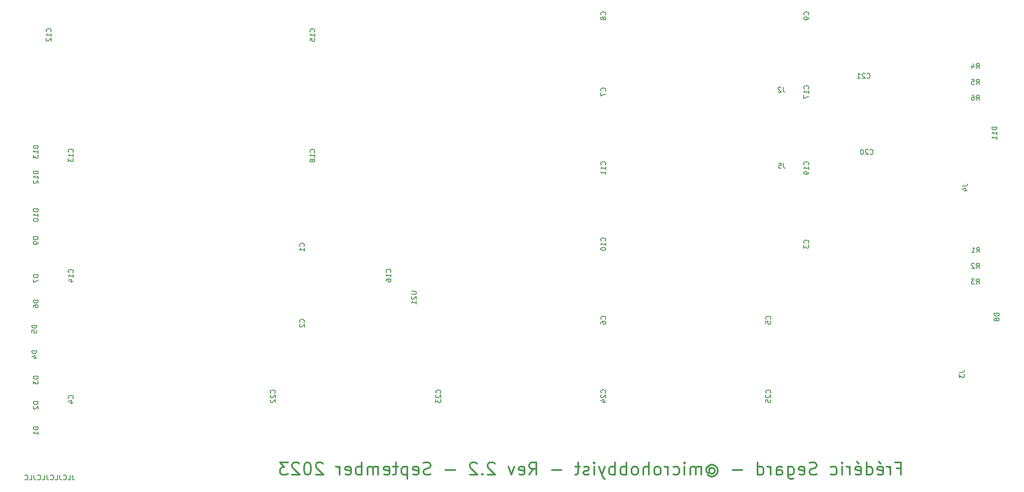
<source format=gbo>
G04 #@! TF.GenerationSoftware,KiCad,Pcbnew,7.0.7*
G04 #@! TF.CreationDate,2023-09-15T21:48:08-04:00*
G04 #@! TF.ProjectId,2 - CPU and core components (Rev 2.2),32202d20-4350-4552-9061-6e6420636f72,rev?*
G04 #@! TF.SameCoordinates,Original*
G04 #@! TF.FileFunction,Legend,Bot*
G04 #@! TF.FilePolarity,Positive*
%FSLAX46Y46*%
G04 Gerber Fmt 4.6, Leading zero omitted, Abs format (unit mm)*
G04 Created by KiCad (PCBNEW 7.0.7) date 2023-09-15 21:48:08*
%MOMM*%
%LPD*%
G01*
G04 APERTURE LIST*
%ADD10C,0.150000*%
%ADD11C,0.330000*%
%ADD12C,1.600000*%
%ADD13R,1.800000X1.800000*%
%ADD14C,1.800000*%
%ADD15R,1.600000X1.600000*%
%ADD16O,1.600000X1.600000*%
%ADD17C,4.000000*%
%ADD18R,1.700000X1.700000*%
%ADD19O,1.700000X1.700000*%
%ADD20C,3.000000*%
%ADD21R,1.780000X7.620000*%
G04 APERTURE END LIST*
D10*
X68153606Y-129490419D02*
X68153606Y-130204704D01*
X68153606Y-130204704D02*
X68201225Y-130347561D01*
X68201225Y-130347561D02*
X68296463Y-130442800D01*
X68296463Y-130442800D02*
X68439320Y-130490419D01*
X68439320Y-130490419D02*
X68534558Y-130490419D01*
X67201225Y-130490419D02*
X67677415Y-130490419D01*
X67677415Y-130490419D02*
X67677415Y-129490419D01*
X66296463Y-130395180D02*
X66344082Y-130442800D01*
X66344082Y-130442800D02*
X66486939Y-130490419D01*
X66486939Y-130490419D02*
X66582177Y-130490419D01*
X66582177Y-130490419D02*
X66725034Y-130442800D01*
X66725034Y-130442800D02*
X66820272Y-130347561D01*
X66820272Y-130347561D02*
X66867891Y-130252323D01*
X66867891Y-130252323D02*
X66915510Y-130061847D01*
X66915510Y-130061847D02*
X66915510Y-129918990D01*
X66915510Y-129918990D02*
X66867891Y-129728514D01*
X66867891Y-129728514D02*
X66820272Y-129633276D01*
X66820272Y-129633276D02*
X66725034Y-129538038D01*
X66725034Y-129538038D02*
X66582177Y-129490419D01*
X66582177Y-129490419D02*
X66486939Y-129490419D01*
X66486939Y-129490419D02*
X66344082Y-129538038D01*
X66344082Y-129538038D02*
X66296463Y-129585657D01*
X65582177Y-129490419D02*
X65582177Y-130204704D01*
X65582177Y-130204704D02*
X65629796Y-130347561D01*
X65629796Y-130347561D02*
X65725034Y-130442800D01*
X65725034Y-130442800D02*
X65867891Y-130490419D01*
X65867891Y-130490419D02*
X65963129Y-130490419D01*
X64629796Y-130490419D02*
X65105986Y-130490419D01*
X65105986Y-130490419D02*
X65105986Y-129490419D01*
X63725034Y-130395180D02*
X63772653Y-130442800D01*
X63772653Y-130442800D02*
X63915510Y-130490419D01*
X63915510Y-130490419D02*
X64010748Y-130490419D01*
X64010748Y-130490419D02*
X64153605Y-130442800D01*
X64153605Y-130442800D02*
X64248843Y-130347561D01*
X64248843Y-130347561D02*
X64296462Y-130252323D01*
X64296462Y-130252323D02*
X64344081Y-130061847D01*
X64344081Y-130061847D02*
X64344081Y-129918990D01*
X64344081Y-129918990D02*
X64296462Y-129728514D01*
X64296462Y-129728514D02*
X64248843Y-129633276D01*
X64248843Y-129633276D02*
X64153605Y-129538038D01*
X64153605Y-129538038D02*
X64010748Y-129490419D01*
X64010748Y-129490419D02*
X63915510Y-129490419D01*
X63915510Y-129490419D02*
X63772653Y-129538038D01*
X63772653Y-129538038D02*
X63725034Y-129585657D01*
X63010748Y-129490419D02*
X63010748Y-130204704D01*
X63010748Y-130204704D02*
X63058367Y-130347561D01*
X63058367Y-130347561D02*
X63153605Y-130442800D01*
X63153605Y-130442800D02*
X63296462Y-130490419D01*
X63296462Y-130490419D02*
X63391700Y-130490419D01*
X62058367Y-130490419D02*
X62534557Y-130490419D01*
X62534557Y-130490419D02*
X62534557Y-129490419D01*
X61153605Y-130395180D02*
X61201224Y-130442800D01*
X61201224Y-130442800D02*
X61344081Y-130490419D01*
X61344081Y-130490419D02*
X61439319Y-130490419D01*
X61439319Y-130490419D02*
X61582176Y-130442800D01*
X61582176Y-130442800D02*
X61677414Y-130347561D01*
X61677414Y-130347561D02*
X61725033Y-130252323D01*
X61725033Y-130252323D02*
X61772652Y-130061847D01*
X61772652Y-130061847D02*
X61772652Y-129918990D01*
X61772652Y-129918990D02*
X61725033Y-129728514D01*
X61725033Y-129728514D02*
X61677414Y-129633276D01*
X61677414Y-129633276D02*
X61582176Y-129538038D01*
X61582176Y-129538038D02*
X61439319Y-129490419D01*
X61439319Y-129490419D02*
X61344081Y-129490419D01*
X61344081Y-129490419D02*
X61201224Y-129538038D01*
X61201224Y-129538038D02*
X61153605Y-129585657D01*
X60439319Y-129490419D02*
X60439319Y-130204704D01*
X60439319Y-130204704D02*
X60486938Y-130347561D01*
X60486938Y-130347561D02*
X60582176Y-130442800D01*
X60582176Y-130442800D02*
X60725033Y-130490419D01*
X60725033Y-130490419D02*
X60820271Y-130490419D01*
X59486938Y-130490419D02*
X59963128Y-130490419D01*
X59963128Y-130490419D02*
X59963128Y-129490419D01*
X58582176Y-130395180D02*
X58629795Y-130442800D01*
X58629795Y-130442800D02*
X58772652Y-130490419D01*
X58772652Y-130490419D02*
X58867890Y-130490419D01*
X58867890Y-130490419D02*
X59010747Y-130442800D01*
X59010747Y-130442800D02*
X59105985Y-130347561D01*
X59105985Y-130347561D02*
X59153604Y-130252323D01*
X59153604Y-130252323D02*
X59201223Y-130061847D01*
X59201223Y-130061847D02*
X59201223Y-129918990D01*
X59201223Y-129918990D02*
X59153604Y-129728514D01*
X59153604Y-129728514D02*
X59105985Y-129633276D01*
X59105985Y-129633276D02*
X59010747Y-129538038D01*
X59010747Y-129538038D02*
X58867890Y-129490419D01*
X58867890Y-129490419D02*
X58772652Y-129490419D01*
X58772652Y-129490419D02*
X58629795Y-129538038D01*
X58629795Y-129538038D02*
X58582176Y-129585657D01*
D11*
X233150098Y-128164463D02*
X233983431Y-128164463D01*
X233983431Y-129473987D02*
X233983431Y-126973987D01*
X233983431Y-126973987D02*
X232792955Y-126973987D01*
X231840574Y-129473987D02*
X231840574Y-127807320D01*
X231840574Y-128283511D02*
X231721527Y-128045416D01*
X231721527Y-128045416D02*
X231602479Y-127926368D01*
X231602479Y-127926368D02*
X231364384Y-127807320D01*
X231364384Y-127807320D02*
X231126289Y-127807320D01*
X229340574Y-129354940D02*
X229578670Y-129473987D01*
X229578670Y-129473987D02*
X230054860Y-129473987D01*
X230054860Y-129473987D02*
X230292955Y-129354940D01*
X230292955Y-129354940D02*
X230412003Y-129116844D01*
X230412003Y-129116844D02*
X230412003Y-128164463D01*
X230412003Y-128164463D02*
X230292955Y-127926368D01*
X230292955Y-127926368D02*
X230054860Y-127807320D01*
X230054860Y-127807320D02*
X229578670Y-127807320D01*
X229578670Y-127807320D02*
X229340574Y-127926368D01*
X229340574Y-127926368D02*
X229221527Y-128164463D01*
X229221527Y-128164463D02*
X229221527Y-128402559D01*
X229221527Y-128402559D02*
X230412003Y-128640654D01*
X229578670Y-126854940D02*
X229935813Y-127212082D01*
X227078670Y-129473987D02*
X227078670Y-126973987D01*
X227078670Y-129354940D02*
X227316765Y-129473987D01*
X227316765Y-129473987D02*
X227792956Y-129473987D01*
X227792956Y-129473987D02*
X228031051Y-129354940D01*
X228031051Y-129354940D02*
X228150098Y-129235892D01*
X228150098Y-129235892D02*
X228269146Y-128997797D01*
X228269146Y-128997797D02*
X228269146Y-128283511D01*
X228269146Y-128283511D02*
X228150098Y-128045416D01*
X228150098Y-128045416D02*
X228031051Y-127926368D01*
X228031051Y-127926368D02*
X227792956Y-127807320D01*
X227792956Y-127807320D02*
X227316765Y-127807320D01*
X227316765Y-127807320D02*
X227078670Y-127926368D01*
X224935812Y-129354940D02*
X225173908Y-129473987D01*
X225173908Y-129473987D02*
X225650098Y-129473987D01*
X225650098Y-129473987D02*
X225888193Y-129354940D01*
X225888193Y-129354940D02*
X226007241Y-129116844D01*
X226007241Y-129116844D02*
X226007241Y-128164463D01*
X226007241Y-128164463D02*
X225888193Y-127926368D01*
X225888193Y-127926368D02*
X225650098Y-127807320D01*
X225650098Y-127807320D02*
X225173908Y-127807320D01*
X225173908Y-127807320D02*
X224935812Y-127926368D01*
X224935812Y-127926368D02*
X224816765Y-128164463D01*
X224816765Y-128164463D02*
X224816765Y-128402559D01*
X224816765Y-128402559D02*
X226007241Y-128640654D01*
X225173908Y-126854940D02*
X225531051Y-127212082D01*
X223745336Y-129473987D02*
X223745336Y-127807320D01*
X223745336Y-128283511D02*
X223626289Y-128045416D01*
X223626289Y-128045416D02*
X223507241Y-127926368D01*
X223507241Y-127926368D02*
X223269146Y-127807320D01*
X223269146Y-127807320D02*
X223031051Y-127807320D01*
X222197717Y-129473987D02*
X222197717Y-127807320D01*
X222197717Y-126973987D02*
X222316765Y-127093035D01*
X222316765Y-127093035D02*
X222197717Y-127212082D01*
X222197717Y-127212082D02*
X222078670Y-127093035D01*
X222078670Y-127093035D02*
X222197717Y-126973987D01*
X222197717Y-126973987D02*
X222197717Y-127212082D01*
X219935813Y-129354940D02*
X220173908Y-129473987D01*
X220173908Y-129473987D02*
X220650099Y-129473987D01*
X220650099Y-129473987D02*
X220888194Y-129354940D01*
X220888194Y-129354940D02*
X221007241Y-129235892D01*
X221007241Y-129235892D02*
X221126289Y-128997797D01*
X221126289Y-128997797D02*
X221126289Y-128283511D01*
X221126289Y-128283511D02*
X221007241Y-128045416D01*
X221007241Y-128045416D02*
X220888194Y-127926368D01*
X220888194Y-127926368D02*
X220650099Y-127807320D01*
X220650099Y-127807320D02*
X220173908Y-127807320D01*
X220173908Y-127807320D02*
X219935813Y-127926368D01*
X217078670Y-129354940D02*
X216721527Y-129473987D01*
X216721527Y-129473987D02*
X216126289Y-129473987D01*
X216126289Y-129473987D02*
X215888194Y-129354940D01*
X215888194Y-129354940D02*
X215769146Y-129235892D01*
X215769146Y-129235892D02*
X215650099Y-128997797D01*
X215650099Y-128997797D02*
X215650099Y-128759701D01*
X215650099Y-128759701D02*
X215769146Y-128521606D01*
X215769146Y-128521606D02*
X215888194Y-128402559D01*
X215888194Y-128402559D02*
X216126289Y-128283511D01*
X216126289Y-128283511D02*
X216602480Y-128164463D01*
X216602480Y-128164463D02*
X216840575Y-128045416D01*
X216840575Y-128045416D02*
X216959622Y-127926368D01*
X216959622Y-127926368D02*
X217078670Y-127688273D01*
X217078670Y-127688273D02*
X217078670Y-127450178D01*
X217078670Y-127450178D02*
X216959622Y-127212082D01*
X216959622Y-127212082D02*
X216840575Y-127093035D01*
X216840575Y-127093035D02*
X216602480Y-126973987D01*
X216602480Y-126973987D02*
X216007241Y-126973987D01*
X216007241Y-126973987D02*
X215650099Y-127093035D01*
X213626289Y-129354940D02*
X213864385Y-129473987D01*
X213864385Y-129473987D02*
X214340575Y-129473987D01*
X214340575Y-129473987D02*
X214578670Y-129354940D01*
X214578670Y-129354940D02*
X214697718Y-129116844D01*
X214697718Y-129116844D02*
X214697718Y-128164463D01*
X214697718Y-128164463D02*
X214578670Y-127926368D01*
X214578670Y-127926368D02*
X214340575Y-127807320D01*
X214340575Y-127807320D02*
X213864385Y-127807320D01*
X213864385Y-127807320D02*
X213626289Y-127926368D01*
X213626289Y-127926368D02*
X213507242Y-128164463D01*
X213507242Y-128164463D02*
X213507242Y-128402559D01*
X213507242Y-128402559D02*
X214697718Y-128640654D01*
X211364385Y-127807320D02*
X211364385Y-129831130D01*
X211364385Y-129831130D02*
X211483432Y-130069225D01*
X211483432Y-130069225D02*
X211602480Y-130188273D01*
X211602480Y-130188273D02*
X211840575Y-130307320D01*
X211840575Y-130307320D02*
X212197718Y-130307320D01*
X212197718Y-130307320D02*
X212435813Y-130188273D01*
X211364385Y-129354940D02*
X211602480Y-129473987D01*
X211602480Y-129473987D02*
X212078671Y-129473987D01*
X212078671Y-129473987D02*
X212316766Y-129354940D01*
X212316766Y-129354940D02*
X212435813Y-129235892D01*
X212435813Y-129235892D02*
X212554861Y-128997797D01*
X212554861Y-128997797D02*
X212554861Y-128283511D01*
X212554861Y-128283511D02*
X212435813Y-128045416D01*
X212435813Y-128045416D02*
X212316766Y-127926368D01*
X212316766Y-127926368D02*
X212078671Y-127807320D01*
X212078671Y-127807320D02*
X211602480Y-127807320D01*
X211602480Y-127807320D02*
X211364385Y-127926368D01*
X209102480Y-129473987D02*
X209102480Y-128164463D01*
X209102480Y-128164463D02*
X209221527Y-127926368D01*
X209221527Y-127926368D02*
X209459623Y-127807320D01*
X209459623Y-127807320D02*
X209935813Y-127807320D01*
X209935813Y-127807320D02*
X210173908Y-127926368D01*
X209102480Y-129354940D02*
X209340575Y-129473987D01*
X209340575Y-129473987D02*
X209935813Y-129473987D01*
X209935813Y-129473987D02*
X210173908Y-129354940D01*
X210173908Y-129354940D02*
X210292956Y-129116844D01*
X210292956Y-129116844D02*
X210292956Y-128878749D01*
X210292956Y-128878749D02*
X210173908Y-128640654D01*
X210173908Y-128640654D02*
X209935813Y-128521606D01*
X209935813Y-128521606D02*
X209340575Y-128521606D01*
X209340575Y-128521606D02*
X209102480Y-128402559D01*
X207912003Y-129473987D02*
X207912003Y-127807320D01*
X207912003Y-128283511D02*
X207792956Y-128045416D01*
X207792956Y-128045416D02*
X207673908Y-127926368D01*
X207673908Y-127926368D02*
X207435813Y-127807320D01*
X207435813Y-127807320D02*
X207197718Y-127807320D01*
X205292956Y-129473987D02*
X205292956Y-126973987D01*
X205292956Y-129354940D02*
X205531051Y-129473987D01*
X205531051Y-129473987D02*
X206007242Y-129473987D01*
X206007242Y-129473987D02*
X206245337Y-129354940D01*
X206245337Y-129354940D02*
X206364384Y-129235892D01*
X206364384Y-129235892D02*
X206483432Y-128997797D01*
X206483432Y-128997797D02*
X206483432Y-128283511D01*
X206483432Y-128283511D02*
X206364384Y-128045416D01*
X206364384Y-128045416D02*
X206245337Y-127926368D01*
X206245337Y-127926368D02*
X206007242Y-127807320D01*
X206007242Y-127807320D02*
X205531051Y-127807320D01*
X205531051Y-127807320D02*
X205292956Y-127926368D01*
X202197717Y-128521606D02*
X200292956Y-128521606D01*
X195650098Y-128283511D02*
X195769146Y-128164463D01*
X195769146Y-128164463D02*
X196007241Y-128045416D01*
X196007241Y-128045416D02*
X196245336Y-128045416D01*
X196245336Y-128045416D02*
X196483432Y-128164463D01*
X196483432Y-128164463D02*
X196602479Y-128283511D01*
X196602479Y-128283511D02*
X196721527Y-128521606D01*
X196721527Y-128521606D02*
X196721527Y-128759701D01*
X196721527Y-128759701D02*
X196602479Y-128997797D01*
X196602479Y-128997797D02*
X196483432Y-129116844D01*
X196483432Y-129116844D02*
X196245336Y-129235892D01*
X196245336Y-129235892D02*
X196007241Y-129235892D01*
X196007241Y-129235892D02*
X195769146Y-129116844D01*
X195769146Y-129116844D02*
X195650098Y-128997797D01*
X195650098Y-128045416D02*
X195650098Y-128997797D01*
X195650098Y-128997797D02*
X195531051Y-129116844D01*
X195531051Y-129116844D02*
X195412003Y-129116844D01*
X195412003Y-129116844D02*
X195173908Y-128997797D01*
X195173908Y-128997797D02*
X195054860Y-128759701D01*
X195054860Y-128759701D02*
X195054860Y-128164463D01*
X195054860Y-128164463D02*
X195292956Y-127807320D01*
X195292956Y-127807320D02*
X195650098Y-127569225D01*
X195650098Y-127569225D02*
X196126289Y-127450178D01*
X196126289Y-127450178D02*
X196602479Y-127569225D01*
X196602479Y-127569225D02*
X196959622Y-127807320D01*
X196959622Y-127807320D02*
X197197717Y-128164463D01*
X197197717Y-128164463D02*
X197316765Y-128640654D01*
X197316765Y-128640654D02*
X197197717Y-129116844D01*
X197197717Y-129116844D02*
X196959622Y-129473987D01*
X196959622Y-129473987D02*
X196602479Y-129712082D01*
X196602479Y-129712082D02*
X196126289Y-129831130D01*
X196126289Y-129831130D02*
X195650098Y-129712082D01*
X195650098Y-129712082D02*
X195292956Y-129473987D01*
X193983431Y-129473987D02*
X193983431Y-127807320D01*
X193983431Y-128045416D02*
X193864384Y-127926368D01*
X193864384Y-127926368D02*
X193626289Y-127807320D01*
X193626289Y-127807320D02*
X193269146Y-127807320D01*
X193269146Y-127807320D02*
X193031050Y-127926368D01*
X193031050Y-127926368D02*
X192912003Y-128164463D01*
X192912003Y-128164463D02*
X192912003Y-129473987D01*
X192912003Y-128164463D02*
X192792955Y-127926368D01*
X192792955Y-127926368D02*
X192554860Y-127807320D01*
X192554860Y-127807320D02*
X192197717Y-127807320D01*
X192197717Y-127807320D02*
X191959622Y-127926368D01*
X191959622Y-127926368D02*
X191840574Y-128164463D01*
X191840574Y-128164463D02*
X191840574Y-129473987D01*
X190650098Y-129473987D02*
X190650098Y-127807320D01*
X190650098Y-126973987D02*
X190769146Y-127093035D01*
X190769146Y-127093035D02*
X190650098Y-127212082D01*
X190650098Y-127212082D02*
X190531051Y-127093035D01*
X190531051Y-127093035D02*
X190650098Y-126973987D01*
X190650098Y-126973987D02*
X190650098Y-127212082D01*
X188388194Y-129354940D02*
X188626289Y-129473987D01*
X188626289Y-129473987D02*
X189102480Y-129473987D01*
X189102480Y-129473987D02*
X189340575Y-129354940D01*
X189340575Y-129354940D02*
X189459622Y-129235892D01*
X189459622Y-129235892D02*
X189578670Y-128997797D01*
X189578670Y-128997797D02*
X189578670Y-128283511D01*
X189578670Y-128283511D02*
X189459622Y-128045416D01*
X189459622Y-128045416D02*
X189340575Y-127926368D01*
X189340575Y-127926368D02*
X189102480Y-127807320D01*
X189102480Y-127807320D02*
X188626289Y-127807320D01*
X188626289Y-127807320D02*
X188388194Y-127926368D01*
X187316765Y-129473987D02*
X187316765Y-127807320D01*
X187316765Y-128283511D02*
X187197718Y-128045416D01*
X187197718Y-128045416D02*
X187078670Y-127926368D01*
X187078670Y-127926368D02*
X186840575Y-127807320D01*
X186840575Y-127807320D02*
X186602480Y-127807320D01*
X185412004Y-129473987D02*
X185650099Y-129354940D01*
X185650099Y-129354940D02*
X185769146Y-129235892D01*
X185769146Y-129235892D02*
X185888194Y-128997797D01*
X185888194Y-128997797D02*
X185888194Y-128283511D01*
X185888194Y-128283511D02*
X185769146Y-128045416D01*
X185769146Y-128045416D02*
X185650099Y-127926368D01*
X185650099Y-127926368D02*
X185412004Y-127807320D01*
X185412004Y-127807320D02*
X185054861Y-127807320D01*
X185054861Y-127807320D02*
X184816765Y-127926368D01*
X184816765Y-127926368D02*
X184697718Y-128045416D01*
X184697718Y-128045416D02*
X184578670Y-128283511D01*
X184578670Y-128283511D02*
X184578670Y-128997797D01*
X184578670Y-128997797D02*
X184697718Y-129235892D01*
X184697718Y-129235892D02*
X184816765Y-129354940D01*
X184816765Y-129354940D02*
X185054861Y-129473987D01*
X185054861Y-129473987D02*
X185412004Y-129473987D01*
X183507241Y-129473987D02*
X183507241Y-126973987D01*
X182435813Y-129473987D02*
X182435813Y-128164463D01*
X182435813Y-128164463D02*
X182554860Y-127926368D01*
X182554860Y-127926368D02*
X182792956Y-127807320D01*
X182792956Y-127807320D02*
X183150099Y-127807320D01*
X183150099Y-127807320D02*
X183388194Y-127926368D01*
X183388194Y-127926368D02*
X183507241Y-128045416D01*
X180888194Y-129473987D02*
X181126289Y-129354940D01*
X181126289Y-129354940D02*
X181245336Y-129235892D01*
X181245336Y-129235892D02*
X181364384Y-128997797D01*
X181364384Y-128997797D02*
X181364384Y-128283511D01*
X181364384Y-128283511D02*
X181245336Y-128045416D01*
X181245336Y-128045416D02*
X181126289Y-127926368D01*
X181126289Y-127926368D02*
X180888194Y-127807320D01*
X180888194Y-127807320D02*
X180531051Y-127807320D01*
X180531051Y-127807320D02*
X180292955Y-127926368D01*
X180292955Y-127926368D02*
X180173908Y-128045416D01*
X180173908Y-128045416D02*
X180054860Y-128283511D01*
X180054860Y-128283511D02*
X180054860Y-128997797D01*
X180054860Y-128997797D02*
X180173908Y-129235892D01*
X180173908Y-129235892D02*
X180292955Y-129354940D01*
X180292955Y-129354940D02*
X180531051Y-129473987D01*
X180531051Y-129473987D02*
X180888194Y-129473987D01*
X178983431Y-129473987D02*
X178983431Y-126973987D01*
X178983431Y-127926368D02*
X178745336Y-127807320D01*
X178745336Y-127807320D02*
X178269146Y-127807320D01*
X178269146Y-127807320D02*
X178031050Y-127926368D01*
X178031050Y-127926368D02*
X177912003Y-128045416D01*
X177912003Y-128045416D02*
X177792955Y-128283511D01*
X177792955Y-128283511D02*
X177792955Y-128997797D01*
X177792955Y-128997797D02*
X177912003Y-129235892D01*
X177912003Y-129235892D02*
X178031050Y-129354940D01*
X178031050Y-129354940D02*
X178269146Y-129473987D01*
X178269146Y-129473987D02*
X178745336Y-129473987D01*
X178745336Y-129473987D02*
X178983431Y-129354940D01*
X176721526Y-129473987D02*
X176721526Y-126973987D01*
X176721526Y-127926368D02*
X176483431Y-127807320D01*
X176483431Y-127807320D02*
X176007241Y-127807320D01*
X176007241Y-127807320D02*
X175769145Y-127926368D01*
X175769145Y-127926368D02*
X175650098Y-128045416D01*
X175650098Y-128045416D02*
X175531050Y-128283511D01*
X175531050Y-128283511D02*
X175531050Y-128997797D01*
X175531050Y-128997797D02*
X175650098Y-129235892D01*
X175650098Y-129235892D02*
X175769145Y-129354940D01*
X175769145Y-129354940D02*
X176007241Y-129473987D01*
X176007241Y-129473987D02*
X176483431Y-129473987D01*
X176483431Y-129473987D02*
X176721526Y-129354940D01*
X174697717Y-127807320D02*
X174102479Y-129473987D01*
X173507240Y-127807320D02*
X174102479Y-129473987D01*
X174102479Y-129473987D02*
X174340574Y-130069225D01*
X174340574Y-130069225D02*
X174459621Y-130188273D01*
X174459621Y-130188273D02*
X174697717Y-130307320D01*
X172554859Y-129473987D02*
X172554859Y-127807320D01*
X172554859Y-126973987D02*
X172673907Y-127093035D01*
X172673907Y-127093035D02*
X172554859Y-127212082D01*
X172554859Y-127212082D02*
X172435812Y-127093035D01*
X172435812Y-127093035D02*
X172554859Y-126973987D01*
X172554859Y-126973987D02*
X172554859Y-127212082D01*
X171483431Y-129354940D02*
X171245336Y-129473987D01*
X171245336Y-129473987D02*
X170769145Y-129473987D01*
X170769145Y-129473987D02*
X170531050Y-129354940D01*
X170531050Y-129354940D02*
X170412002Y-129116844D01*
X170412002Y-129116844D02*
X170412002Y-128997797D01*
X170412002Y-128997797D02*
X170531050Y-128759701D01*
X170531050Y-128759701D02*
X170769145Y-128640654D01*
X170769145Y-128640654D02*
X171126288Y-128640654D01*
X171126288Y-128640654D02*
X171364383Y-128521606D01*
X171364383Y-128521606D02*
X171483431Y-128283511D01*
X171483431Y-128283511D02*
X171483431Y-128164463D01*
X171483431Y-128164463D02*
X171364383Y-127926368D01*
X171364383Y-127926368D02*
X171126288Y-127807320D01*
X171126288Y-127807320D02*
X170769145Y-127807320D01*
X170769145Y-127807320D02*
X170531050Y-127926368D01*
X169697716Y-127807320D02*
X168745335Y-127807320D01*
X169340573Y-126973987D02*
X169340573Y-129116844D01*
X169340573Y-129116844D02*
X169221526Y-129354940D01*
X169221526Y-129354940D02*
X168983431Y-129473987D01*
X168983431Y-129473987D02*
X168745335Y-129473987D01*
X166007240Y-128521606D02*
X164102479Y-128521606D01*
X159578669Y-129473987D02*
X160412002Y-128283511D01*
X161007240Y-129473987D02*
X161007240Y-126973987D01*
X161007240Y-126973987D02*
X160054859Y-126973987D01*
X160054859Y-126973987D02*
X159816764Y-127093035D01*
X159816764Y-127093035D02*
X159697717Y-127212082D01*
X159697717Y-127212082D02*
X159578669Y-127450178D01*
X159578669Y-127450178D02*
X159578669Y-127807320D01*
X159578669Y-127807320D02*
X159697717Y-128045416D01*
X159697717Y-128045416D02*
X159816764Y-128164463D01*
X159816764Y-128164463D02*
X160054859Y-128283511D01*
X160054859Y-128283511D02*
X161007240Y-128283511D01*
X157554859Y-129354940D02*
X157792955Y-129473987D01*
X157792955Y-129473987D02*
X158269145Y-129473987D01*
X158269145Y-129473987D02*
X158507240Y-129354940D01*
X158507240Y-129354940D02*
X158626288Y-129116844D01*
X158626288Y-129116844D02*
X158626288Y-128164463D01*
X158626288Y-128164463D02*
X158507240Y-127926368D01*
X158507240Y-127926368D02*
X158269145Y-127807320D01*
X158269145Y-127807320D02*
X157792955Y-127807320D01*
X157792955Y-127807320D02*
X157554859Y-127926368D01*
X157554859Y-127926368D02*
X157435812Y-128164463D01*
X157435812Y-128164463D02*
X157435812Y-128402559D01*
X157435812Y-128402559D02*
X158626288Y-128640654D01*
X156602479Y-127807320D02*
X156007241Y-129473987D01*
X156007241Y-129473987D02*
X155412002Y-127807320D01*
X152673907Y-127212082D02*
X152554859Y-127093035D01*
X152554859Y-127093035D02*
X152316764Y-126973987D01*
X152316764Y-126973987D02*
X151721526Y-126973987D01*
X151721526Y-126973987D02*
X151483431Y-127093035D01*
X151483431Y-127093035D02*
X151364383Y-127212082D01*
X151364383Y-127212082D02*
X151245336Y-127450178D01*
X151245336Y-127450178D02*
X151245336Y-127688273D01*
X151245336Y-127688273D02*
X151364383Y-128045416D01*
X151364383Y-128045416D02*
X152792955Y-129473987D01*
X152792955Y-129473987D02*
X151245336Y-129473987D01*
X150173907Y-129235892D02*
X150054860Y-129354940D01*
X150054860Y-129354940D02*
X150173907Y-129473987D01*
X150173907Y-129473987D02*
X150292955Y-129354940D01*
X150292955Y-129354940D02*
X150173907Y-129235892D01*
X150173907Y-129235892D02*
X150173907Y-129473987D01*
X149102479Y-127212082D02*
X148983431Y-127093035D01*
X148983431Y-127093035D02*
X148745336Y-126973987D01*
X148745336Y-126973987D02*
X148150098Y-126973987D01*
X148150098Y-126973987D02*
X147912003Y-127093035D01*
X147912003Y-127093035D02*
X147792955Y-127212082D01*
X147792955Y-127212082D02*
X147673908Y-127450178D01*
X147673908Y-127450178D02*
X147673908Y-127688273D01*
X147673908Y-127688273D02*
X147792955Y-128045416D01*
X147792955Y-128045416D02*
X149221527Y-129473987D01*
X149221527Y-129473987D02*
X147673908Y-129473987D01*
X144697717Y-128521606D02*
X142792956Y-128521606D01*
X139816765Y-129354940D02*
X139459622Y-129473987D01*
X139459622Y-129473987D02*
X138864384Y-129473987D01*
X138864384Y-129473987D02*
X138626289Y-129354940D01*
X138626289Y-129354940D02*
X138507241Y-129235892D01*
X138507241Y-129235892D02*
X138388194Y-128997797D01*
X138388194Y-128997797D02*
X138388194Y-128759701D01*
X138388194Y-128759701D02*
X138507241Y-128521606D01*
X138507241Y-128521606D02*
X138626289Y-128402559D01*
X138626289Y-128402559D02*
X138864384Y-128283511D01*
X138864384Y-128283511D02*
X139340575Y-128164463D01*
X139340575Y-128164463D02*
X139578670Y-128045416D01*
X139578670Y-128045416D02*
X139697717Y-127926368D01*
X139697717Y-127926368D02*
X139816765Y-127688273D01*
X139816765Y-127688273D02*
X139816765Y-127450178D01*
X139816765Y-127450178D02*
X139697717Y-127212082D01*
X139697717Y-127212082D02*
X139578670Y-127093035D01*
X139578670Y-127093035D02*
X139340575Y-126973987D01*
X139340575Y-126973987D02*
X138745336Y-126973987D01*
X138745336Y-126973987D02*
X138388194Y-127093035D01*
X136364384Y-129354940D02*
X136602480Y-129473987D01*
X136602480Y-129473987D02*
X137078670Y-129473987D01*
X137078670Y-129473987D02*
X137316765Y-129354940D01*
X137316765Y-129354940D02*
X137435813Y-129116844D01*
X137435813Y-129116844D02*
X137435813Y-128164463D01*
X137435813Y-128164463D02*
X137316765Y-127926368D01*
X137316765Y-127926368D02*
X137078670Y-127807320D01*
X137078670Y-127807320D02*
X136602480Y-127807320D01*
X136602480Y-127807320D02*
X136364384Y-127926368D01*
X136364384Y-127926368D02*
X136245337Y-128164463D01*
X136245337Y-128164463D02*
X136245337Y-128402559D01*
X136245337Y-128402559D02*
X137435813Y-128640654D01*
X135173908Y-127807320D02*
X135173908Y-130307320D01*
X135173908Y-127926368D02*
X134935813Y-127807320D01*
X134935813Y-127807320D02*
X134459623Y-127807320D01*
X134459623Y-127807320D02*
X134221527Y-127926368D01*
X134221527Y-127926368D02*
X134102480Y-128045416D01*
X134102480Y-128045416D02*
X133983432Y-128283511D01*
X133983432Y-128283511D02*
X133983432Y-128997797D01*
X133983432Y-128997797D02*
X134102480Y-129235892D01*
X134102480Y-129235892D02*
X134221527Y-129354940D01*
X134221527Y-129354940D02*
X134459623Y-129473987D01*
X134459623Y-129473987D02*
X134935813Y-129473987D01*
X134935813Y-129473987D02*
X135173908Y-129354940D01*
X133269146Y-127807320D02*
X132316765Y-127807320D01*
X132912003Y-126973987D02*
X132912003Y-129116844D01*
X132912003Y-129116844D02*
X132792956Y-129354940D01*
X132792956Y-129354940D02*
X132554861Y-129473987D01*
X132554861Y-129473987D02*
X132316765Y-129473987D01*
X130531051Y-129354940D02*
X130769147Y-129473987D01*
X130769147Y-129473987D02*
X131245337Y-129473987D01*
X131245337Y-129473987D02*
X131483432Y-129354940D01*
X131483432Y-129354940D02*
X131602480Y-129116844D01*
X131602480Y-129116844D02*
X131602480Y-128164463D01*
X131602480Y-128164463D02*
X131483432Y-127926368D01*
X131483432Y-127926368D02*
X131245337Y-127807320D01*
X131245337Y-127807320D02*
X130769147Y-127807320D01*
X130769147Y-127807320D02*
X130531051Y-127926368D01*
X130531051Y-127926368D02*
X130412004Y-128164463D01*
X130412004Y-128164463D02*
X130412004Y-128402559D01*
X130412004Y-128402559D02*
X131602480Y-128640654D01*
X129340575Y-129473987D02*
X129340575Y-127807320D01*
X129340575Y-128045416D02*
X129221528Y-127926368D01*
X129221528Y-127926368D02*
X128983433Y-127807320D01*
X128983433Y-127807320D02*
X128626290Y-127807320D01*
X128626290Y-127807320D02*
X128388194Y-127926368D01*
X128388194Y-127926368D02*
X128269147Y-128164463D01*
X128269147Y-128164463D02*
X128269147Y-129473987D01*
X128269147Y-128164463D02*
X128150099Y-127926368D01*
X128150099Y-127926368D02*
X127912004Y-127807320D01*
X127912004Y-127807320D02*
X127554861Y-127807320D01*
X127554861Y-127807320D02*
X127316766Y-127926368D01*
X127316766Y-127926368D02*
X127197718Y-128164463D01*
X127197718Y-128164463D02*
X127197718Y-129473987D01*
X126007242Y-129473987D02*
X126007242Y-126973987D01*
X126007242Y-127926368D02*
X125769147Y-127807320D01*
X125769147Y-127807320D02*
X125292957Y-127807320D01*
X125292957Y-127807320D02*
X125054861Y-127926368D01*
X125054861Y-127926368D02*
X124935814Y-128045416D01*
X124935814Y-128045416D02*
X124816766Y-128283511D01*
X124816766Y-128283511D02*
X124816766Y-128997797D01*
X124816766Y-128997797D02*
X124935814Y-129235892D01*
X124935814Y-129235892D02*
X125054861Y-129354940D01*
X125054861Y-129354940D02*
X125292957Y-129473987D01*
X125292957Y-129473987D02*
X125769147Y-129473987D01*
X125769147Y-129473987D02*
X126007242Y-129354940D01*
X122792956Y-129354940D02*
X123031052Y-129473987D01*
X123031052Y-129473987D02*
X123507242Y-129473987D01*
X123507242Y-129473987D02*
X123745337Y-129354940D01*
X123745337Y-129354940D02*
X123864385Y-129116844D01*
X123864385Y-129116844D02*
X123864385Y-128164463D01*
X123864385Y-128164463D02*
X123745337Y-127926368D01*
X123745337Y-127926368D02*
X123507242Y-127807320D01*
X123507242Y-127807320D02*
X123031052Y-127807320D01*
X123031052Y-127807320D02*
X122792956Y-127926368D01*
X122792956Y-127926368D02*
X122673909Y-128164463D01*
X122673909Y-128164463D02*
X122673909Y-128402559D01*
X122673909Y-128402559D02*
X123864385Y-128640654D01*
X121602480Y-129473987D02*
X121602480Y-127807320D01*
X121602480Y-128283511D02*
X121483433Y-128045416D01*
X121483433Y-128045416D02*
X121364385Y-127926368D01*
X121364385Y-127926368D02*
X121126290Y-127807320D01*
X121126290Y-127807320D02*
X120888195Y-127807320D01*
X118269147Y-127212082D02*
X118150099Y-127093035D01*
X118150099Y-127093035D02*
X117912004Y-126973987D01*
X117912004Y-126973987D02*
X117316766Y-126973987D01*
X117316766Y-126973987D02*
X117078671Y-127093035D01*
X117078671Y-127093035D02*
X116959623Y-127212082D01*
X116959623Y-127212082D02*
X116840576Y-127450178D01*
X116840576Y-127450178D02*
X116840576Y-127688273D01*
X116840576Y-127688273D02*
X116959623Y-128045416D01*
X116959623Y-128045416D02*
X118388195Y-129473987D01*
X118388195Y-129473987D02*
X116840576Y-129473987D01*
X115292957Y-126973987D02*
X115054862Y-126973987D01*
X115054862Y-126973987D02*
X114816766Y-127093035D01*
X114816766Y-127093035D02*
X114697719Y-127212082D01*
X114697719Y-127212082D02*
X114578671Y-127450178D01*
X114578671Y-127450178D02*
X114459624Y-127926368D01*
X114459624Y-127926368D02*
X114459624Y-128521606D01*
X114459624Y-128521606D02*
X114578671Y-128997797D01*
X114578671Y-128997797D02*
X114697719Y-129235892D01*
X114697719Y-129235892D02*
X114816766Y-129354940D01*
X114816766Y-129354940D02*
X115054862Y-129473987D01*
X115054862Y-129473987D02*
X115292957Y-129473987D01*
X115292957Y-129473987D02*
X115531052Y-129354940D01*
X115531052Y-129354940D02*
X115650100Y-129235892D01*
X115650100Y-129235892D02*
X115769147Y-128997797D01*
X115769147Y-128997797D02*
X115888195Y-128521606D01*
X115888195Y-128521606D02*
X115888195Y-127926368D01*
X115888195Y-127926368D02*
X115769147Y-127450178D01*
X115769147Y-127450178D02*
X115650100Y-127212082D01*
X115650100Y-127212082D02*
X115531052Y-127093035D01*
X115531052Y-127093035D02*
X115292957Y-126973987D01*
X113507243Y-127212082D02*
X113388195Y-127093035D01*
X113388195Y-127093035D02*
X113150100Y-126973987D01*
X113150100Y-126973987D02*
X112554862Y-126973987D01*
X112554862Y-126973987D02*
X112316767Y-127093035D01*
X112316767Y-127093035D02*
X112197719Y-127212082D01*
X112197719Y-127212082D02*
X112078672Y-127450178D01*
X112078672Y-127450178D02*
X112078672Y-127688273D01*
X112078672Y-127688273D02*
X112197719Y-128045416D01*
X112197719Y-128045416D02*
X113626291Y-129473987D01*
X113626291Y-129473987D02*
X112078672Y-129473987D01*
X111245339Y-126973987D02*
X109697720Y-126973987D01*
X109697720Y-126973987D02*
X110531053Y-127926368D01*
X110531053Y-127926368D02*
X110173910Y-127926368D01*
X110173910Y-127926368D02*
X109935815Y-128045416D01*
X109935815Y-128045416D02*
X109816767Y-128164463D01*
X109816767Y-128164463D02*
X109697720Y-128402559D01*
X109697720Y-128402559D02*
X109697720Y-128997797D01*
X109697720Y-128997797D02*
X109816767Y-129235892D01*
X109816767Y-129235892D02*
X109935815Y-129354940D01*
X109935815Y-129354940D02*
X110173910Y-129473987D01*
X110173910Y-129473987D02*
X110888196Y-129473987D01*
X110888196Y-129473987D02*
X111126291Y-129354940D01*
X111126291Y-129354940D02*
X111245339Y-129235892D01*
D10*
X215439633Y-52126742D02*
X215487253Y-52079123D01*
X215487253Y-52079123D02*
X215534872Y-51936266D01*
X215534872Y-51936266D02*
X215534872Y-51841028D01*
X215534872Y-51841028D02*
X215487253Y-51698171D01*
X215487253Y-51698171D02*
X215392014Y-51602933D01*
X215392014Y-51602933D02*
X215296776Y-51555314D01*
X215296776Y-51555314D02*
X215106300Y-51507695D01*
X215106300Y-51507695D02*
X214963443Y-51507695D01*
X214963443Y-51507695D02*
X214772967Y-51555314D01*
X214772967Y-51555314D02*
X214677729Y-51602933D01*
X214677729Y-51602933D02*
X214582491Y-51698171D01*
X214582491Y-51698171D02*
X214534872Y-51841028D01*
X214534872Y-51841028D02*
X214534872Y-51936266D01*
X214534872Y-51936266D02*
X214582491Y-52079123D01*
X214582491Y-52079123D02*
X214630110Y-52126742D01*
X215534872Y-53079123D02*
X215534872Y-52507695D01*
X215534872Y-52793409D02*
X214534872Y-52793409D01*
X214534872Y-52793409D02*
X214677729Y-52698171D01*
X214677729Y-52698171D02*
X214772967Y-52602933D01*
X214772967Y-52602933D02*
X214820586Y-52507695D01*
X214534872Y-53412457D02*
X214534872Y-54079123D01*
X214534872Y-54079123D02*
X215534872Y-53650552D01*
X174799633Y-67366695D02*
X174847253Y-67319076D01*
X174847253Y-67319076D02*
X174894872Y-67176219D01*
X174894872Y-67176219D02*
X174894872Y-67080981D01*
X174894872Y-67080981D02*
X174847253Y-66938124D01*
X174847253Y-66938124D02*
X174752014Y-66842886D01*
X174752014Y-66842886D02*
X174656776Y-66795267D01*
X174656776Y-66795267D02*
X174466300Y-66747648D01*
X174466300Y-66747648D02*
X174323443Y-66747648D01*
X174323443Y-66747648D02*
X174132967Y-66795267D01*
X174132967Y-66795267D02*
X174037729Y-66842886D01*
X174037729Y-66842886D02*
X173942491Y-66938124D01*
X173942491Y-66938124D02*
X173894872Y-67080981D01*
X173894872Y-67080981D02*
X173894872Y-67176219D01*
X173894872Y-67176219D02*
X173942491Y-67319076D01*
X173942491Y-67319076D02*
X173990110Y-67366695D01*
X174894872Y-68319076D02*
X174894872Y-67747648D01*
X174894872Y-68033362D02*
X173894872Y-68033362D01*
X173894872Y-68033362D02*
X174037729Y-67938124D01*
X174037729Y-67938124D02*
X174132967Y-67842886D01*
X174132967Y-67842886D02*
X174180586Y-67747648D01*
X174894872Y-69271457D02*
X174894872Y-68700029D01*
X174894872Y-68985743D02*
X173894872Y-68985743D01*
X173894872Y-68985743D02*
X174037729Y-68890505D01*
X174037729Y-68890505D02*
X174132967Y-68795267D01*
X174132967Y-68795267D02*
X174180586Y-68700029D01*
X215439633Y-83082933D02*
X215487253Y-83035314D01*
X215487253Y-83035314D02*
X215534872Y-82892457D01*
X215534872Y-82892457D02*
X215534872Y-82797219D01*
X215534872Y-82797219D02*
X215487253Y-82654362D01*
X215487253Y-82654362D02*
X215392014Y-82559124D01*
X215392014Y-82559124D02*
X215296776Y-82511505D01*
X215296776Y-82511505D02*
X215106300Y-82463886D01*
X215106300Y-82463886D02*
X214963443Y-82463886D01*
X214963443Y-82463886D02*
X214772967Y-82511505D01*
X214772967Y-82511505D02*
X214677729Y-82559124D01*
X214677729Y-82559124D02*
X214582491Y-82654362D01*
X214582491Y-82654362D02*
X214534872Y-82797219D01*
X214534872Y-82797219D02*
X214534872Y-82892457D01*
X214534872Y-82892457D02*
X214582491Y-83035314D01*
X214582491Y-83035314D02*
X214630110Y-83082933D01*
X214534872Y-83416267D02*
X214534872Y-84035314D01*
X214534872Y-84035314D02*
X214915824Y-83701981D01*
X214915824Y-83701981D02*
X214915824Y-83844838D01*
X214915824Y-83844838D02*
X214963443Y-83940076D01*
X214963443Y-83940076D02*
X215011062Y-83987695D01*
X215011062Y-83987695D02*
X215106300Y-84035314D01*
X215106300Y-84035314D02*
X215344395Y-84035314D01*
X215344395Y-84035314D02*
X215439633Y-83987695D01*
X215439633Y-83987695D02*
X215487253Y-83940076D01*
X215487253Y-83940076D02*
X215534872Y-83844838D01*
X215534872Y-83844838D02*
X215534872Y-83559124D01*
X215534872Y-83559124D02*
X215487253Y-83463886D01*
X215487253Y-83463886D02*
X215439633Y-83416267D01*
X60996619Y-99524905D02*
X59996619Y-99524905D01*
X59996619Y-99524905D02*
X59996619Y-99763000D01*
X59996619Y-99763000D02*
X60044238Y-99905857D01*
X60044238Y-99905857D02*
X60139476Y-100001095D01*
X60139476Y-100001095D02*
X60234714Y-100048714D01*
X60234714Y-100048714D02*
X60425190Y-100096333D01*
X60425190Y-100096333D02*
X60568047Y-100096333D01*
X60568047Y-100096333D02*
X60758523Y-100048714D01*
X60758523Y-100048714D02*
X60853761Y-100001095D01*
X60853761Y-100001095D02*
X60949000Y-99905857D01*
X60949000Y-99905857D02*
X60996619Y-99763000D01*
X60996619Y-99763000D02*
X60996619Y-99524905D01*
X59996619Y-101001095D02*
X59996619Y-100524905D01*
X59996619Y-100524905D02*
X60472809Y-100477286D01*
X60472809Y-100477286D02*
X60425190Y-100524905D01*
X60425190Y-100524905D02*
X60377571Y-100620143D01*
X60377571Y-100620143D02*
X60377571Y-100858238D01*
X60377571Y-100858238D02*
X60425190Y-100953476D01*
X60425190Y-100953476D02*
X60472809Y-101001095D01*
X60472809Y-101001095D02*
X60568047Y-101048714D01*
X60568047Y-101048714D02*
X60806142Y-101048714D01*
X60806142Y-101048714D02*
X60901380Y-101001095D01*
X60901380Y-101001095D02*
X60949000Y-100953476D01*
X60949000Y-100953476D02*
X60996619Y-100858238D01*
X60996619Y-100858238D02*
X60996619Y-100620143D01*
X60996619Y-100620143D02*
X60949000Y-100524905D01*
X60949000Y-100524905D02*
X60901380Y-100477286D01*
X174799633Y-37362886D02*
X174847253Y-37315267D01*
X174847253Y-37315267D02*
X174894872Y-37172410D01*
X174894872Y-37172410D02*
X174894872Y-37077172D01*
X174894872Y-37077172D02*
X174847253Y-36934315D01*
X174847253Y-36934315D02*
X174752014Y-36839077D01*
X174752014Y-36839077D02*
X174656776Y-36791458D01*
X174656776Y-36791458D02*
X174466300Y-36743839D01*
X174466300Y-36743839D02*
X174323443Y-36743839D01*
X174323443Y-36743839D02*
X174132967Y-36791458D01*
X174132967Y-36791458D02*
X174037729Y-36839077D01*
X174037729Y-36839077D02*
X173942491Y-36934315D01*
X173942491Y-36934315D02*
X173894872Y-37077172D01*
X173894872Y-37077172D02*
X173894872Y-37172410D01*
X173894872Y-37172410D02*
X173942491Y-37315267D01*
X173942491Y-37315267D02*
X173990110Y-37362886D01*
X174323443Y-37934315D02*
X174275824Y-37839077D01*
X174275824Y-37839077D02*
X174228205Y-37791458D01*
X174228205Y-37791458D02*
X174132967Y-37743839D01*
X174132967Y-37743839D02*
X174085348Y-37743839D01*
X174085348Y-37743839D02*
X173990110Y-37791458D01*
X173990110Y-37791458D02*
X173942491Y-37839077D01*
X173942491Y-37839077D02*
X173894872Y-37934315D01*
X173894872Y-37934315D02*
X173894872Y-38124791D01*
X173894872Y-38124791D02*
X173942491Y-38220029D01*
X173942491Y-38220029D02*
X173990110Y-38267648D01*
X173990110Y-38267648D02*
X174085348Y-38315267D01*
X174085348Y-38315267D02*
X174132967Y-38315267D01*
X174132967Y-38315267D02*
X174228205Y-38267648D01*
X174228205Y-38267648D02*
X174275824Y-38220029D01*
X174275824Y-38220029D02*
X174323443Y-38124791D01*
X174323443Y-38124791D02*
X174323443Y-37934315D01*
X174323443Y-37934315D02*
X174371062Y-37839077D01*
X174371062Y-37839077D02*
X174418681Y-37791458D01*
X174418681Y-37791458D02*
X174513919Y-37743839D01*
X174513919Y-37743839D02*
X174704395Y-37743839D01*
X174704395Y-37743839D02*
X174799633Y-37791458D01*
X174799633Y-37791458D02*
X174847253Y-37839077D01*
X174847253Y-37839077D02*
X174894872Y-37934315D01*
X174894872Y-37934315D02*
X174894872Y-38124791D01*
X174894872Y-38124791D02*
X174847253Y-38220029D01*
X174847253Y-38220029D02*
X174799633Y-38267648D01*
X174799633Y-38267648D02*
X174704395Y-38315267D01*
X174704395Y-38315267D02*
X174513919Y-38315267D01*
X174513919Y-38315267D02*
X174418681Y-38267648D01*
X174418681Y-38267648D02*
X174371062Y-38220029D01*
X174371062Y-38220029D02*
X174323443Y-38124791D01*
X116564580Y-64889142D02*
X116612200Y-64841523D01*
X116612200Y-64841523D02*
X116659819Y-64698666D01*
X116659819Y-64698666D02*
X116659819Y-64603428D01*
X116659819Y-64603428D02*
X116612200Y-64460571D01*
X116612200Y-64460571D02*
X116516961Y-64365333D01*
X116516961Y-64365333D02*
X116421723Y-64317714D01*
X116421723Y-64317714D02*
X116231247Y-64270095D01*
X116231247Y-64270095D02*
X116088390Y-64270095D01*
X116088390Y-64270095D02*
X115897914Y-64317714D01*
X115897914Y-64317714D02*
X115802676Y-64365333D01*
X115802676Y-64365333D02*
X115707438Y-64460571D01*
X115707438Y-64460571D02*
X115659819Y-64603428D01*
X115659819Y-64603428D02*
X115659819Y-64698666D01*
X115659819Y-64698666D02*
X115707438Y-64841523D01*
X115707438Y-64841523D02*
X115755057Y-64889142D01*
X116659819Y-65841523D02*
X116659819Y-65270095D01*
X116659819Y-65555809D02*
X115659819Y-65555809D01*
X115659819Y-65555809D02*
X115802676Y-65460571D01*
X115802676Y-65460571D02*
X115897914Y-65365333D01*
X115897914Y-65365333D02*
X115945533Y-65270095D01*
X116088390Y-66412952D02*
X116040771Y-66317714D01*
X116040771Y-66317714D02*
X115993152Y-66270095D01*
X115993152Y-66270095D02*
X115897914Y-66222476D01*
X115897914Y-66222476D02*
X115850295Y-66222476D01*
X115850295Y-66222476D02*
X115755057Y-66270095D01*
X115755057Y-66270095D02*
X115707438Y-66317714D01*
X115707438Y-66317714D02*
X115659819Y-66412952D01*
X115659819Y-66412952D02*
X115659819Y-66603428D01*
X115659819Y-66603428D02*
X115707438Y-66698666D01*
X115707438Y-66698666D02*
X115755057Y-66746285D01*
X115755057Y-66746285D02*
X115850295Y-66793904D01*
X115850295Y-66793904D02*
X115897914Y-66793904D01*
X115897914Y-66793904D02*
X115993152Y-66746285D01*
X115993152Y-66746285D02*
X116040771Y-66698666D01*
X116040771Y-66698666D02*
X116088390Y-66603428D01*
X116088390Y-66603428D02*
X116088390Y-66412952D01*
X116088390Y-66412952D02*
X116136009Y-66317714D01*
X116136009Y-66317714D02*
X116183628Y-66270095D01*
X116183628Y-66270095D02*
X116278866Y-66222476D01*
X116278866Y-66222476D02*
X116469342Y-66222476D01*
X116469342Y-66222476D02*
X116564580Y-66270095D01*
X116564580Y-66270095D02*
X116612200Y-66317714D01*
X116612200Y-66317714D02*
X116659819Y-66412952D01*
X116659819Y-66412952D02*
X116659819Y-66603428D01*
X116659819Y-66603428D02*
X116612200Y-66698666D01*
X116612200Y-66698666D02*
X116564580Y-66746285D01*
X116564580Y-66746285D02*
X116469342Y-66793904D01*
X116469342Y-66793904D02*
X116278866Y-66793904D01*
X116278866Y-66793904D02*
X116183628Y-66746285D01*
X116183628Y-66746285D02*
X116136009Y-66698666D01*
X116136009Y-66698666D02*
X116088390Y-66603428D01*
X68202633Y-114197886D02*
X68250253Y-114150267D01*
X68250253Y-114150267D02*
X68297872Y-114007410D01*
X68297872Y-114007410D02*
X68297872Y-113912172D01*
X68297872Y-113912172D02*
X68250253Y-113769315D01*
X68250253Y-113769315D02*
X68155014Y-113674077D01*
X68155014Y-113674077D02*
X68059776Y-113626458D01*
X68059776Y-113626458D02*
X67869300Y-113578839D01*
X67869300Y-113578839D02*
X67726443Y-113578839D01*
X67726443Y-113578839D02*
X67535967Y-113626458D01*
X67535967Y-113626458D02*
X67440729Y-113674077D01*
X67440729Y-113674077D02*
X67345491Y-113769315D01*
X67345491Y-113769315D02*
X67297872Y-113912172D01*
X67297872Y-113912172D02*
X67297872Y-114007410D01*
X67297872Y-114007410D02*
X67345491Y-114150267D01*
X67345491Y-114150267D02*
X67393110Y-114197886D01*
X67631205Y-115055029D02*
X68297872Y-115055029D01*
X67250253Y-114816934D02*
X67964538Y-114578839D01*
X67964538Y-114578839D02*
X67964538Y-115197886D01*
X61274819Y-76219514D02*
X60274819Y-76219514D01*
X60274819Y-76219514D02*
X60274819Y-76457609D01*
X60274819Y-76457609D02*
X60322438Y-76600466D01*
X60322438Y-76600466D02*
X60417676Y-76695704D01*
X60417676Y-76695704D02*
X60512914Y-76743323D01*
X60512914Y-76743323D02*
X60703390Y-76790942D01*
X60703390Y-76790942D02*
X60846247Y-76790942D01*
X60846247Y-76790942D02*
X61036723Y-76743323D01*
X61036723Y-76743323D02*
X61131961Y-76695704D01*
X61131961Y-76695704D02*
X61227200Y-76600466D01*
X61227200Y-76600466D02*
X61274819Y-76457609D01*
X61274819Y-76457609D02*
X61274819Y-76219514D01*
X61274819Y-77743323D02*
X61274819Y-77171895D01*
X61274819Y-77457609D02*
X60274819Y-77457609D01*
X60274819Y-77457609D02*
X60417676Y-77362371D01*
X60417676Y-77362371D02*
X60512914Y-77267133D01*
X60512914Y-77267133D02*
X60560533Y-77171895D01*
X60274819Y-78362371D02*
X60274819Y-78457609D01*
X60274819Y-78457609D02*
X60322438Y-78552847D01*
X60322438Y-78552847D02*
X60370057Y-78600466D01*
X60370057Y-78600466D02*
X60465295Y-78648085D01*
X60465295Y-78648085D02*
X60655771Y-78695704D01*
X60655771Y-78695704D02*
X60893866Y-78695704D01*
X60893866Y-78695704D02*
X61084342Y-78648085D01*
X61084342Y-78648085D02*
X61179580Y-78600466D01*
X61179580Y-78600466D02*
X61227200Y-78552847D01*
X61227200Y-78552847D02*
X61274819Y-78457609D01*
X61274819Y-78457609D02*
X61274819Y-78362371D01*
X61274819Y-78362371D02*
X61227200Y-78267133D01*
X61227200Y-78267133D02*
X61179580Y-78219514D01*
X61179580Y-78219514D02*
X61084342Y-78171895D01*
X61084342Y-78171895D02*
X60893866Y-78124276D01*
X60893866Y-78124276D02*
X60655771Y-78124276D01*
X60655771Y-78124276D02*
X60465295Y-78171895D01*
X60465295Y-78171895D02*
X60370057Y-78219514D01*
X60370057Y-78219514D02*
X60322438Y-78267133D01*
X60322438Y-78267133D02*
X60274819Y-78362371D01*
X68202633Y-88956695D02*
X68250253Y-88909076D01*
X68250253Y-88909076D02*
X68297872Y-88766219D01*
X68297872Y-88766219D02*
X68297872Y-88670981D01*
X68297872Y-88670981D02*
X68250253Y-88528124D01*
X68250253Y-88528124D02*
X68155014Y-88432886D01*
X68155014Y-88432886D02*
X68059776Y-88385267D01*
X68059776Y-88385267D02*
X67869300Y-88337648D01*
X67869300Y-88337648D02*
X67726443Y-88337648D01*
X67726443Y-88337648D02*
X67535967Y-88385267D01*
X67535967Y-88385267D02*
X67440729Y-88432886D01*
X67440729Y-88432886D02*
X67345491Y-88528124D01*
X67345491Y-88528124D02*
X67297872Y-88670981D01*
X67297872Y-88670981D02*
X67297872Y-88766219D01*
X67297872Y-88766219D02*
X67345491Y-88909076D01*
X67345491Y-88909076D02*
X67393110Y-88956695D01*
X68297872Y-89909076D02*
X68297872Y-89337648D01*
X68297872Y-89623362D02*
X67297872Y-89623362D01*
X67297872Y-89623362D02*
X67440729Y-89528124D01*
X67440729Y-89528124D02*
X67535967Y-89432886D01*
X67535967Y-89432886D02*
X67583586Y-89337648D01*
X67631205Y-90766219D02*
X68297872Y-90766219D01*
X67250253Y-90528124D02*
X67964538Y-90290029D01*
X67964538Y-90290029D02*
X67964538Y-90909076D01*
X116564580Y-40759142D02*
X116612200Y-40711523D01*
X116612200Y-40711523D02*
X116659819Y-40568666D01*
X116659819Y-40568666D02*
X116659819Y-40473428D01*
X116659819Y-40473428D02*
X116612200Y-40330571D01*
X116612200Y-40330571D02*
X116516961Y-40235333D01*
X116516961Y-40235333D02*
X116421723Y-40187714D01*
X116421723Y-40187714D02*
X116231247Y-40140095D01*
X116231247Y-40140095D02*
X116088390Y-40140095D01*
X116088390Y-40140095D02*
X115897914Y-40187714D01*
X115897914Y-40187714D02*
X115802676Y-40235333D01*
X115802676Y-40235333D02*
X115707438Y-40330571D01*
X115707438Y-40330571D02*
X115659819Y-40473428D01*
X115659819Y-40473428D02*
X115659819Y-40568666D01*
X115659819Y-40568666D02*
X115707438Y-40711523D01*
X115707438Y-40711523D02*
X115755057Y-40759142D01*
X116659819Y-41711523D02*
X116659819Y-41140095D01*
X116659819Y-41425809D02*
X115659819Y-41425809D01*
X115659819Y-41425809D02*
X115802676Y-41330571D01*
X115802676Y-41330571D02*
X115897914Y-41235333D01*
X115897914Y-41235333D02*
X115945533Y-41140095D01*
X115659819Y-42616285D02*
X115659819Y-42140095D01*
X115659819Y-42140095D02*
X116136009Y-42092476D01*
X116136009Y-42092476D02*
X116088390Y-42140095D01*
X116088390Y-42140095D02*
X116040771Y-42235333D01*
X116040771Y-42235333D02*
X116040771Y-42473428D01*
X116040771Y-42473428D02*
X116088390Y-42568666D01*
X116088390Y-42568666D02*
X116136009Y-42616285D01*
X116136009Y-42616285D02*
X116231247Y-42663904D01*
X116231247Y-42663904D02*
X116469342Y-42663904D01*
X116469342Y-42663904D02*
X116564580Y-42616285D01*
X116564580Y-42616285D02*
X116612200Y-42568666D01*
X116612200Y-42568666D02*
X116659819Y-42473428D01*
X116659819Y-42473428D02*
X116659819Y-42235333D01*
X116659819Y-42235333D02*
X116612200Y-42140095D01*
X116612200Y-42140095D02*
X116564580Y-42092476D01*
X227152957Y-49954180D02*
X227200576Y-50001800D01*
X227200576Y-50001800D02*
X227343433Y-50049419D01*
X227343433Y-50049419D02*
X227438671Y-50049419D01*
X227438671Y-50049419D02*
X227581528Y-50001800D01*
X227581528Y-50001800D02*
X227676766Y-49906561D01*
X227676766Y-49906561D02*
X227724385Y-49811323D01*
X227724385Y-49811323D02*
X227772004Y-49620847D01*
X227772004Y-49620847D02*
X227772004Y-49477990D01*
X227772004Y-49477990D02*
X227724385Y-49287514D01*
X227724385Y-49287514D02*
X227676766Y-49192276D01*
X227676766Y-49192276D02*
X227581528Y-49097038D01*
X227581528Y-49097038D02*
X227438671Y-49049419D01*
X227438671Y-49049419D02*
X227343433Y-49049419D01*
X227343433Y-49049419D02*
X227200576Y-49097038D01*
X227200576Y-49097038D02*
X227152957Y-49144657D01*
X226772004Y-49144657D02*
X226724385Y-49097038D01*
X226724385Y-49097038D02*
X226629147Y-49049419D01*
X226629147Y-49049419D02*
X226391052Y-49049419D01*
X226391052Y-49049419D02*
X226295814Y-49097038D01*
X226295814Y-49097038D02*
X226248195Y-49144657D01*
X226248195Y-49144657D02*
X226200576Y-49239895D01*
X226200576Y-49239895D02*
X226200576Y-49335133D01*
X226200576Y-49335133D02*
X226248195Y-49477990D01*
X226248195Y-49477990D02*
X226819623Y-50049419D01*
X226819623Y-50049419D02*
X226200576Y-50049419D01*
X225248195Y-50049419D02*
X225819623Y-50049419D01*
X225533909Y-50049419D02*
X225533909Y-49049419D01*
X225533909Y-49049419D02*
X225629147Y-49192276D01*
X225629147Y-49192276D02*
X225724385Y-49287514D01*
X225724385Y-49287514D02*
X225819623Y-49335133D01*
X61274819Y-119865705D02*
X60274819Y-119865705D01*
X60274819Y-119865705D02*
X60274819Y-120103800D01*
X60274819Y-120103800D02*
X60322438Y-120246657D01*
X60322438Y-120246657D02*
X60417676Y-120341895D01*
X60417676Y-120341895D02*
X60512914Y-120389514D01*
X60512914Y-120389514D02*
X60703390Y-120437133D01*
X60703390Y-120437133D02*
X60846247Y-120437133D01*
X60846247Y-120437133D02*
X61036723Y-120389514D01*
X61036723Y-120389514D02*
X61131961Y-120341895D01*
X61131961Y-120341895D02*
X61227200Y-120246657D01*
X61227200Y-120246657D02*
X61274819Y-120103800D01*
X61274819Y-120103800D02*
X61274819Y-119865705D01*
X61274819Y-121389514D02*
X61274819Y-120818086D01*
X61274819Y-121103800D02*
X60274819Y-121103800D01*
X60274819Y-121103800D02*
X60417676Y-121008562D01*
X60417676Y-121008562D02*
X60512914Y-120913324D01*
X60512914Y-120913324D02*
X60560533Y-120818086D01*
X131804580Y-88892142D02*
X131852200Y-88844523D01*
X131852200Y-88844523D02*
X131899819Y-88701666D01*
X131899819Y-88701666D02*
X131899819Y-88606428D01*
X131899819Y-88606428D02*
X131852200Y-88463571D01*
X131852200Y-88463571D02*
X131756961Y-88368333D01*
X131756961Y-88368333D02*
X131661723Y-88320714D01*
X131661723Y-88320714D02*
X131471247Y-88273095D01*
X131471247Y-88273095D02*
X131328390Y-88273095D01*
X131328390Y-88273095D02*
X131137914Y-88320714D01*
X131137914Y-88320714D02*
X131042676Y-88368333D01*
X131042676Y-88368333D02*
X130947438Y-88463571D01*
X130947438Y-88463571D02*
X130899819Y-88606428D01*
X130899819Y-88606428D02*
X130899819Y-88701666D01*
X130899819Y-88701666D02*
X130947438Y-88844523D01*
X130947438Y-88844523D02*
X130995057Y-88892142D01*
X131899819Y-89844523D02*
X131899819Y-89273095D01*
X131899819Y-89558809D02*
X130899819Y-89558809D01*
X130899819Y-89558809D02*
X131042676Y-89463571D01*
X131042676Y-89463571D02*
X131137914Y-89368333D01*
X131137914Y-89368333D02*
X131185533Y-89273095D01*
X130899819Y-90701666D02*
X130899819Y-90511190D01*
X130899819Y-90511190D02*
X130947438Y-90415952D01*
X130947438Y-90415952D02*
X130995057Y-90368333D01*
X130995057Y-90368333D02*
X131137914Y-90273095D01*
X131137914Y-90273095D02*
X131328390Y-90225476D01*
X131328390Y-90225476D02*
X131709342Y-90225476D01*
X131709342Y-90225476D02*
X131804580Y-90273095D01*
X131804580Y-90273095D02*
X131852200Y-90320714D01*
X131852200Y-90320714D02*
X131899819Y-90415952D01*
X131899819Y-90415952D02*
X131899819Y-90606428D01*
X131899819Y-90606428D02*
X131852200Y-90701666D01*
X131852200Y-90701666D02*
X131804580Y-90749285D01*
X131804580Y-90749285D02*
X131709342Y-90796904D01*
X131709342Y-90796904D02*
X131471247Y-90796904D01*
X131471247Y-90796904D02*
X131376009Y-90749285D01*
X131376009Y-90749285D02*
X131328390Y-90701666D01*
X131328390Y-90701666D02*
X131280771Y-90606428D01*
X131280771Y-90606428D02*
X131280771Y-90415952D01*
X131280771Y-90415952D02*
X131328390Y-90320714D01*
X131328390Y-90320714D02*
X131376009Y-90273095D01*
X131376009Y-90273095D02*
X131471247Y-90225476D01*
X245649919Y-108951266D02*
X246364204Y-108951266D01*
X246364204Y-108951266D02*
X246507061Y-108903647D01*
X246507061Y-108903647D02*
X246602300Y-108808409D01*
X246602300Y-108808409D02*
X246649919Y-108665552D01*
X246649919Y-108665552D02*
X246649919Y-108570314D01*
X245649919Y-109332219D02*
X245649919Y-109951266D01*
X245649919Y-109951266D02*
X246030871Y-109617933D01*
X246030871Y-109617933D02*
X246030871Y-109760790D01*
X246030871Y-109760790D02*
X246078490Y-109856028D01*
X246078490Y-109856028D02*
X246126109Y-109903647D01*
X246126109Y-109903647D02*
X246221347Y-109951266D01*
X246221347Y-109951266D02*
X246459442Y-109951266D01*
X246459442Y-109951266D02*
X246554680Y-109903647D01*
X246554680Y-109903647D02*
X246602300Y-109856028D01*
X246602300Y-109856028D02*
X246649919Y-109760790D01*
X246649919Y-109760790D02*
X246649919Y-109475076D01*
X246649919Y-109475076D02*
X246602300Y-109379838D01*
X246602300Y-109379838D02*
X246554680Y-109332219D01*
X174799633Y-82606695D02*
X174847253Y-82559076D01*
X174847253Y-82559076D02*
X174894872Y-82416219D01*
X174894872Y-82416219D02*
X174894872Y-82320981D01*
X174894872Y-82320981D02*
X174847253Y-82178124D01*
X174847253Y-82178124D02*
X174752014Y-82082886D01*
X174752014Y-82082886D02*
X174656776Y-82035267D01*
X174656776Y-82035267D02*
X174466300Y-81987648D01*
X174466300Y-81987648D02*
X174323443Y-81987648D01*
X174323443Y-81987648D02*
X174132967Y-82035267D01*
X174132967Y-82035267D02*
X174037729Y-82082886D01*
X174037729Y-82082886D02*
X173942491Y-82178124D01*
X173942491Y-82178124D02*
X173894872Y-82320981D01*
X173894872Y-82320981D02*
X173894872Y-82416219D01*
X173894872Y-82416219D02*
X173942491Y-82559076D01*
X173942491Y-82559076D02*
X173990110Y-82606695D01*
X174894872Y-83559076D02*
X174894872Y-82987648D01*
X174894872Y-83273362D02*
X173894872Y-83273362D01*
X173894872Y-83273362D02*
X174037729Y-83178124D01*
X174037729Y-83178124D02*
X174132967Y-83082886D01*
X174132967Y-83082886D02*
X174180586Y-82987648D01*
X173894872Y-84178124D02*
X173894872Y-84273362D01*
X173894872Y-84273362D02*
X173942491Y-84368600D01*
X173942491Y-84368600D02*
X173990110Y-84416219D01*
X173990110Y-84416219D02*
X174085348Y-84463838D01*
X174085348Y-84463838D02*
X174275824Y-84511457D01*
X174275824Y-84511457D02*
X174513919Y-84511457D01*
X174513919Y-84511457D02*
X174704395Y-84463838D01*
X174704395Y-84463838D02*
X174799633Y-84416219D01*
X174799633Y-84416219D02*
X174847253Y-84368600D01*
X174847253Y-84368600D02*
X174894872Y-84273362D01*
X174894872Y-84273362D02*
X174894872Y-84178124D01*
X174894872Y-84178124D02*
X174847253Y-84082886D01*
X174847253Y-84082886D02*
X174799633Y-84035267D01*
X174799633Y-84035267D02*
X174704395Y-83987648D01*
X174704395Y-83987648D02*
X174513919Y-83940029D01*
X174513919Y-83940029D02*
X174275824Y-83940029D01*
X174275824Y-83940029D02*
X174085348Y-83987648D01*
X174085348Y-83987648D02*
X173990110Y-84035267D01*
X173990110Y-84035267D02*
X173942491Y-84082886D01*
X173942491Y-84082886D02*
X173894872Y-84178124D01*
X253184866Y-59810314D02*
X252184866Y-59810314D01*
X252184866Y-59810314D02*
X252184866Y-60048409D01*
X252184866Y-60048409D02*
X252232485Y-60191266D01*
X252232485Y-60191266D02*
X252327723Y-60286504D01*
X252327723Y-60286504D02*
X252422961Y-60334123D01*
X252422961Y-60334123D02*
X252613437Y-60381742D01*
X252613437Y-60381742D02*
X252756294Y-60381742D01*
X252756294Y-60381742D02*
X252946770Y-60334123D01*
X252946770Y-60334123D02*
X253042008Y-60286504D01*
X253042008Y-60286504D02*
X253137247Y-60191266D01*
X253137247Y-60191266D02*
X253184866Y-60048409D01*
X253184866Y-60048409D02*
X253184866Y-59810314D01*
X253184866Y-61334123D02*
X253184866Y-60762695D01*
X253184866Y-61048409D02*
X252184866Y-61048409D01*
X252184866Y-61048409D02*
X252327723Y-60953171D01*
X252327723Y-60953171D02*
X252422961Y-60857933D01*
X252422961Y-60857933D02*
X252470580Y-60762695D01*
X253184866Y-62286504D02*
X253184866Y-61715076D01*
X253184866Y-62000790D02*
X252184866Y-62000790D01*
X252184866Y-62000790D02*
X252327723Y-61905552D01*
X252327723Y-61905552D02*
X252422961Y-61810314D01*
X252422961Y-61810314D02*
X252470580Y-61715076D01*
X210460433Y-67039419D02*
X210460433Y-67753704D01*
X210460433Y-67753704D02*
X210508052Y-67896561D01*
X210508052Y-67896561D02*
X210603290Y-67991800D01*
X210603290Y-67991800D02*
X210746147Y-68039419D01*
X210746147Y-68039419D02*
X210841385Y-68039419D01*
X209508052Y-67039419D02*
X209984242Y-67039419D01*
X209984242Y-67039419D02*
X210031861Y-67515609D01*
X210031861Y-67515609D02*
X209984242Y-67467990D01*
X209984242Y-67467990D02*
X209889004Y-67420371D01*
X209889004Y-67420371D02*
X209650909Y-67420371D01*
X209650909Y-67420371D02*
X209555671Y-67467990D01*
X209555671Y-67467990D02*
X209508052Y-67515609D01*
X209508052Y-67515609D02*
X209460433Y-67610847D01*
X209460433Y-67610847D02*
X209460433Y-67848942D01*
X209460433Y-67848942D02*
X209508052Y-67944180D01*
X209508052Y-67944180D02*
X209555671Y-67991800D01*
X209555671Y-67991800D02*
X209650909Y-68039419D01*
X209650909Y-68039419D02*
X209889004Y-68039419D01*
X209889004Y-68039419D02*
X209984242Y-67991800D01*
X209984242Y-67991800D02*
X210031861Y-67944180D01*
X61274819Y-68619514D02*
X60274819Y-68619514D01*
X60274819Y-68619514D02*
X60274819Y-68857609D01*
X60274819Y-68857609D02*
X60322438Y-69000466D01*
X60322438Y-69000466D02*
X60417676Y-69095704D01*
X60417676Y-69095704D02*
X60512914Y-69143323D01*
X60512914Y-69143323D02*
X60703390Y-69190942D01*
X60703390Y-69190942D02*
X60846247Y-69190942D01*
X60846247Y-69190942D02*
X61036723Y-69143323D01*
X61036723Y-69143323D02*
X61131961Y-69095704D01*
X61131961Y-69095704D02*
X61227200Y-69000466D01*
X61227200Y-69000466D02*
X61274819Y-68857609D01*
X61274819Y-68857609D02*
X61274819Y-68619514D01*
X61274819Y-70143323D02*
X61274819Y-69571895D01*
X61274819Y-69857609D02*
X60274819Y-69857609D01*
X60274819Y-69857609D02*
X60417676Y-69762371D01*
X60417676Y-69762371D02*
X60512914Y-69667133D01*
X60512914Y-69667133D02*
X60560533Y-69571895D01*
X60370057Y-70524276D02*
X60322438Y-70571895D01*
X60322438Y-70571895D02*
X60274819Y-70667133D01*
X60274819Y-70667133D02*
X60274819Y-70905228D01*
X60274819Y-70905228D02*
X60322438Y-71000466D01*
X60322438Y-71000466D02*
X60370057Y-71048085D01*
X60370057Y-71048085D02*
X60465295Y-71095704D01*
X60465295Y-71095704D02*
X60560533Y-71095704D01*
X60560533Y-71095704D02*
X60703390Y-71048085D01*
X60703390Y-71048085D02*
X61274819Y-70476657D01*
X61274819Y-70476657D02*
X61274819Y-71095704D01*
X210391380Y-51778866D02*
X210391380Y-52493151D01*
X210391380Y-52493151D02*
X210438999Y-52636008D01*
X210438999Y-52636008D02*
X210534237Y-52731247D01*
X210534237Y-52731247D02*
X210677094Y-52778866D01*
X210677094Y-52778866D02*
X210772332Y-52778866D01*
X209962808Y-51874104D02*
X209915189Y-51826485D01*
X209915189Y-51826485D02*
X209819951Y-51778866D01*
X209819951Y-51778866D02*
X209581856Y-51778866D01*
X209581856Y-51778866D02*
X209486618Y-51826485D01*
X209486618Y-51826485D02*
X209438999Y-51874104D01*
X209438999Y-51874104D02*
X209391380Y-51969342D01*
X209391380Y-51969342D02*
X209391380Y-52064580D01*
X209391380Y-52064580D02*
X209438999Y-52207437D01*
X209438999Y-52207437D02*
X210010427Y-52778866D01*
X210010427Y-52778866D02*
X209391380Y-52778866D01*
X61274819Y-81775705D02*
X60274819Y-81775705D01*
X60274819Y-81775705D02*
X60274819Y-82013800D01*
X60274819Y-82013800D02*
X60322438Y-82156657D01*
X60322438Y-82156657D02*
X60417676Y-82251895D01*
X60417676Y-82251895D02*
X60512914Y-82299514D01*
X60512914Y-82299514D02*
X60703390Y-82347133D01*
X60703390Y-82347133D02*
X60846247Y-82347133D01*
X60846247Y-82347133D02*
X61036723Y-82299514D01*
X61036723Y-82299514D02*
X61131961Y-82251895D01*
X61131961Y-82251895D02*
X61227200Y-82156657D01*
X61227200Y-82156657D02*
X61274819Y-82013800D01*
X61274819Y-82013800D02*
X61274819Y-81775705D01*
X61274819Y-82823324D02*
X61274819Y-83013800D01*
X61274819Y-83013800D02*
X61227200Y-83109038D01*
X61227200Y-83109038D02*
X61179580Y-83156657D01*
X61179580Y-83156657D02*
X61036723Y-83251895D01*
X61036723Y-83251895D02*
X60846247Y-83299514D01*
X60846247Y-83299514D02*
X60465295Y-83299514D01*
X60465295Y-83299514D02*
X60370057Y-83251895D01*
X60370057Y-83251895D02*
X60322438Y-83204276D01*
X60322438Y-83204276D02*
X60274819Y-83109038D01*
X60274819Y-83109038D02*
X60274819Y-82918562D01*
X60274819Y-82918562D02*
X60322438Y-82823324D01*
X60322438Y-82823324D02*
X60370057Y-82775705D01*
X60370057Y-82775705D02*
X60465295Y-82728086D01*
X60465295Y-82728086D02*
X60703390Y-82728086D01*
X60703390Y-82728086D02*
X60798628Y-82775705D01*
X60798628Y-82775705D02*
X60846247Y-82823324D01*
X60846247Y-82823324D02*
X60893866Y-82918562D01*
X60893866Y-82918562D02*
X60893866Y-83109038D01*
X60893866Y-83109038D02*
X60846247Y-83204276D01*
X60846247Y-83204276D02*
X60798628Y-83251895D01*
X60798628Y-83251895D02*
X60703390Y-83299514D01*
X135979819Y-92721905D02*
X136789342Y-92721905D01*
X136789342Y-92721905D02*
X136884580Y-92769524D01*
X136884580Y-92769524D02*
X136932200Y-92817143D01*
X136932200Y-92817143D02*
X136979819Y-92912381D01*
X136979819Y-92912381D02*
X136979819Y-93102857D01*
X136979819Y-93102857D02*
X136932200Y-93198095D01*
X136932200Y-93198095D02*
X136884580Y-93245714D01*
X136884580Y-93245714D02*
X136789342Y-93293333D01*
X136789342Y-93293333D02*
X135979819Y-93293333D01*
X136075057Y-93721905D02*
X136027438Y-93769524D01*
X136027438Y-93769524D02*
X135979819Y-93864762D01*
X135979819Y-93864762D02*
X135979819Y-94102857D01*
X135979819Y-94102857D02*
X136027438Y-94198095D01*
X136027438Y-94198095D02*
X136075057Y-94245714D01*
X136075057Y-94245714D02*
X136170295Y-94293333D01*
X136170295Y-94293333D02*
X136265533Y-94293333D01*
X136265533Y-94293333D02*
X136408390Y-94245714D01*
X136408390Y-94245714D02*
X136979819Y-93674286D01*
X136979819Y-93674286D02*
X136979819Y-94293333D01*
X136979819Y-95245714D02*
X136979819Y-94674286D01*
X136979819Y-94960000D02*
X135979819Y-94960000D01*
X135979819Y-94960000D02*
X136122676Y-94864762D01*
X136122676Y-94864762D02*
X136217914Y-94769524D01*
X136217914Y-94769524D02*
X136265533Y-94674286D01*
X249028766Y-91259866D02*
X249362099Y-90783675D01*
X249600194Y-91259866D02*
X249600194Y-90259866D01*
X249600194Y-90259866D02*
X249219242Y-90259866D01*
X249219242Y-90259866D02*
X249124004Y-90307485D01*
X249124004Y-90307485D02*
X249076385Y-90355104D01*
X249076385Y-90355104D02*
X249028766Y-90450342D01*
X249028766Y-90450342D02*
X249028766Y-90593199D01*
X249028766Y-90593199D02*
X249076385Y-90688437D01*
X249076385Y-90688437D02*
X249124004Y-90736056D01*
X249124004Y-90736056D02*
X249219242Y-90783675D01*
X249219242Y-90783675D02*
X249600194Y-90783675D01*
X248695432Y-90259866D02*
X248076385Y-90259866D01*
X248076385Y-90259866D02*
X248409718Y-90640818D01*
X248409718Y-90640818D02*
X248266861Y-90640818D01*
X248266861Y-90640818D02*
X248171623Y-90688437D01*
X248171623Y-90688437D02*
X248124004Y-90736056D01*
X248124004Y-90736056D02*
X248076385Y-90831294D01*
X248076385Y-90831294D02*
X248076385Y-91069389D01*
X248076385Y-91069389D02*
X248124004Y-91164627D01*
X248124004Y-91164627D02*
X248171623Y-91212247D01*
X248171623Y-91212247D02*
X248266861Y-91259866D01*
X248266861Y-91259866D02*
X248552575Y-91259866D01*
X248552575Y-91259866D02*
X248647813Y-91212247D01*
X248647813Y-91212247D02*
X248695432Y-91164627D01*
X61274819Y-89385705D02*
X60274819Y-89385705D01*
X60274819Y-89385705D02*
X60274819Y-89623800D01*
X60274819Y-89623800D02*
X60322438Y-89766657D01*
X60322438Y-89766657D02*
X60417676Y-89861895D01*
X60417676Y-89861895D02*
X60512914Y-89909514D01*
X60512914Y-89909514D02*
X60703390Y-89957133D01*
X60703390Y-89957133D02*
X60846247Y-89957133D01*
X60846247Y-89957133D02*
X61036723Y-89909514D01*
X61036723Y-89909514D02*
X61131961Y-89861895D01*
X61131961Y-89861895D02*
X61227200Y-89766657D01*
X61227200Y-89766657D02*
X61274819Y-89623800D01*
X61274819Y-89623800D02*
X61274819Y-89385705D01*
X60274819Y-90290467D02*
X60274819Y-90957133D01*
X60274819Y-90957133D02*
X61274819Y-90528562D01*
X61274819Y-94465705D02*
X60274819Y-94465705D01*
X60274819Y-94465705D02*
X60274819Y-94703800D01*
X60274819Y-94703800D02*
X60322438Y-94846657D01*
X60322438Y-94846657D02*
X60417676Y-94941895D01*
X60417676Y-94941895D02*
X60512914Y-94989514D01*
X60512914Y-94989514D02*
X60703390Y-95037133D01*
X60703390Y-95037133D02*
X60846247Y-95037133D01*
X60846247Y-95037133D02*
X61036723Y-94989514D01*
X61036723Y-94989514D02*
X61131961Y-94941895D01*
X61131961Y-94941895D02*
X61227200Y-94846657D01*
X61227200Y-94846657D02*
X61274819Y-94703800D01*
X61274819Y-94703800D02*
X61274819Y-94465705D01*
X60274819Y-95894276D02*
X60274819Y-95703800D01*
X60274819Y-95703800D02*
X60322438Y-95608562D01*
X60322438Y-95608562D02*
X60370057Y-95560943D01*
X60370057Y-95560943D02*
X60512914Y-95465705D01*
X60512914Y-95465705D02*
X60703390Y-95418086D01*
X60703390Y-95418086D02*
X61084342Y-95418086D01*
X61084342Y-95418086D02*
X61179580Y-95465705D01*
X61179580Y-95465705D02*
X61227200Y-95513324D01*
X61227200Y-95513324D02*
X61274819Y-95608562D01*
X61274819Y-95608562D02*
X61274819Y-95799038D01*
X61274819Y-95799038D02*
X61227200Y-95894276D01*
X61227200Y-95894276D02*
X61179580Y-95941895D01*
X61179580Y-95941895D02*
X61084342Y-95989514D01*
X61084342Y-95989514D02*
X60846247Y-95989514D01*
X60846247Y-95989514D02*
X60751009Y-95941895D01*
X60751009Y-95941895D02*
X60703390Y-95894276D01*
X60703390Y-95894276D02*
X60655771Y-95799038D01*
X60655771Y-95799038D02*
X60655771Y-95608562D01*
X60655771Y-95608562D02*
X60703390Y-95513324D01*
X60703390Y-95513324D02*
X60751009Y-95465705D01*
X60751009Y-95465705D02*
X60846247Y-95418086D01*
X215439633Y-67366742D02*
X215487253Y-67319123D01*
X215487253Y-67319123D02*
X215534872Y-67176266D01*
X215534872Y-67176266D02*
X215534872Y-67081028D01*
X215534872Y-67081028D02*
X215487253Y-66938171D01*
X215487253Y-66938171D02*
X215392014Y-66842933D01*
X215392014Y-66842933D02*
X215296776Y-66795314D01*
X215296776Y-66795314D02*
X215106300Y-66747695D01*
X215106300Y-66747695D02*
X214963443Y-66747695D01*
X214963443Y-66747695D02*
X214772967Y-66795314D01*
X214772967Y-66795314D02*
X214677729Y-66842933D01*
X214677729Y-66842933D02*
X214582491Y-66938171D01*
X214582491Y-66938171D02*
X214534872Y-67081028D01*
X214534872Y-67081028D02*
X214534872Y-67176266D01*
X214534872Y-67176266D02*
X214582491Y-67319123D01*
X214582491Y-67319123D02*
X214630110Y-67366742D01*
X215534872Y-68319123D02*
X215534872Y-67747695D01*
X215534872Y-68033409D02*
X214534872Y-68033409D01*
X214534872Y-68033409D02*
X214677729Y-67938171D01*
X214677729Y-67938171D02*
X214772967Y-67842933D01*
X214772967Y-67842933D02*
X214820586Y-67747695D01*
X215534872Y-68795314D02*
X215534872Y-68985790D01*
X215534872Y-68985790D02*
X215487253Y-69081028D01*
X215487253Y-69081028D02*
X215439633Y-69128647D01*
X215439633Y-69128647D02*
X215296776Y-69223885D01*
X215296776Y-69223885D02*
X215106300Y-69271504D01*
X215106300Y-69271504D02*
X214725348Y-69271504D01*
X214725348Y-69271504D02*
X214630110Y-69223885D01*
X214630110Y-69223885D02*
X214582491Y-69176266D01*
X214582491Y-69176266D02*
X214534872Y-69081028D01*
X214534872Y-69081028D02*
X214534872Y-68890552D01*
X214534872Y-68890552D02*
X214582491Y-68795314D01*
X214582491Y-68795314D02*
X214630110Y-68747695D01*
X214630110Y-68747695D02*
X214725348Y-68700076D01*
X214725348Y-68700076D02*
X214963443Y-68700076D01*
X214963443Y-68700076D02*
X215058681Y-68747695D01*
X215058681Y-68747695D02*
X215106300Y-68795314D01*
X215106300Y-68795314D02*
X215153919Y-68890552D01*
X215153919Y-68890552D02*
X215153919Y-69081028D01*
X215153919Y-69081028D02*
X215106300Y-69176266D01*
X215106300Y-69176266D02*
X215058681Y-69223885D01*
X215058681Y-69223885D02*
X214963443Y-69271504D01*
X249028766Y-48079866D02*
X249362099Y-47603675D01*
X249600194Y-48079866D02*
X249600194Y-47079866D01*
X249600194Y-47079866D02*
X249219242Y-47079866D01*
X249219242Y-47079866D02*
X249124004Y-47127485D01*
X249124004Y-47127485D02*
X249076385Y-47175104D01*
X249076385Y-47175104D02*
X249028766Y-47270342D01*
X249028766Y-47270342D02*
X249028766Y-47413199D01*
X249028766Y-47413199D02*
X249076385Y-47508437D01*
X249076385Y-47508437D02*
X249124004Y-47556056D01*
X249124004Y-47556056D02*
X249219242Y-47603675D01*
X249219242Y-47603675D02*
X249600194Y-47603675D01*
X248171623Y-47413199D02*
X248171623Y-48079866D01*
X248409718Y-47032247D02*
X248647813Y-47746532D01*
X248647813Y-47746532D02*
X248028766Y-47746532D01*
X63757633Y-40696695D02*
X63805253Y-40649076D01*
X63805253Y-40649076D02*
X63852872Y-40506219D01*
X63852872Y-40506219D02*
X63852872Y-40410981D01*
X63852872Y-40410981D02*
X63805253Y-40268124D01*
X63805253Y-40268124D02*
X63710014Y-40172886D01*
X63710014Y-40172886D02*
X63614776Y-40125267D01*
X63614776Y-40125267D02*
X63424300Y-40077648D01*
X63424300Y-40077648D02*
X63281443Y-40077648D01*
X63281443Y-40077648D02*
X63090967Y-40125267D01*
X63090967Y-40125267D02*
X62995729Y-40172886D01*
X62995729Y-40172886D02*
X62900491Y-40268124D01*
X62900491Y-40268124D02*
X62852872Y-40410981D01*
X62852872Y-40410981D02*
X62852872Y-40506219D01*
X62852872Y-40506219D02*
X62900491Y-40649076D01*
X62900491Y-40649076D02*
X62948110Y-40696695D01*
X63852872Y-41649076D02*
X63852872Y-41077648D01*
X63852872Y-41363362D02*
X62852872Y-41363362D01*
X62852872Y-41363362D02*
X62995729Y-41268124D01*
X62995729Y-41268124D02*
X63090967Y-41172886D01*
X63090967Y-41172886D02*
X63138586Y-41077648D01*
X62948110Y-42030029D02*
X62900491Y-42077648D01*
X62900491Y-42077648D02*
X62852872Y-42172886D01*
X62852872Y-42172886D02*
X62852872Y-42410981D01*
X62852872Y-42410981D02*
X62900491Y-42506219D01*
X62900491Y-42506219D02*
X62948110Y-42553838D01*
X62948110Y-42553838D02*
X63043348Y-42601457D01*
X63043348Y-42601457D02*
X63138586Y-42601457D01*
X63138586Y-42601457D02*
X63281443Y-42553838D01*
X63281443Y-42553838D02*
X63852872Y-41982410D01*
X63852872Y-41982410D02*
X63852872Y-42601457D01*
X114474633Y-98937886D02*
X114522253Y-98890267D01*
X114522253Y-98890267D02*
X114569872Y-98747410D01*
X114569872Y-98747410D02*
X114569872Y-98652172D01*
X114569872Y-98652172D02*
X114522253Y-98509315D01*
X114522253Y-98509315D02*
X114427014Y-98414077D01*
X114427014Y-98414077D02*
X114331776Y-98366458D01*
X114331776Y-98366458D02*
X114141300Y-98318839D01*
X114141300Y-98318839D02*
X113998443Y-98318839D01*
X113998443Y-98318839D02*
X113807967Y-98366458D01*
X113807967Y-98366458D02*
X113712729Y-98414077D01*
X113712729Y-98414077D02*
X113617491Y-98509315D01*
X113617491Y-98509315D02*
X113569872Y-98652172D01*
X113569872Y-98652172D02*
X113569872Y-98747410D01*
X113569872Y-98747410D02*
X113617491Y-98890267D01*
X113617491Y-98890267D02*
X113665110Y-98937886D01*
X113665110Y-99318839D02*
X113617491Y-99366458D01*
X113617491Y-99366458D02*
X113569872Y-99461696D01*
X113569872Y-99461696D02*
X113569872Y-99699791D01*
X113569872Y-99699791D02*
X113617491Y-99795029D01*
X113617491Y-99795029D02*
X113665110Y-99842648D01*
X113665110Y-99842648D02*
X113760348Y-99890267D01*
X113760348Y-99890267D02*
X113855586Y-99890267D01*
X113855586Y-99890267D02*
X113998443Y-99842648D01*
X113998443Y-99842648D02*
X114569872Y-99271220D01*
X114569872Y-99271220D02*
X114569872Y-99890267D01*
X141779633Y-113086695D02*
X141827253Y-113039076D01*
X141827253Y-113039076D02*
X141874872Y-112896219D01*
X141874872Y-112896219D02*
X141874872Y-112800981D01*
X141874872Y-112800981D02*
X141827253Y-112658124D01*
X141827253Y-112658124D02*
X141732014Y-112562886D01*
X141732014Y-112562886D02*
X141636776Y-112515267D01*
X141636776Y-112515267D02*
X141446300Y-112467648D01*
X141446300Y-112467648D02*
X141303443Y-112467648D01*
X141303443Y-112467648D02*
X141112967Y-112515267D01*
X141112967Y-112515267D02*
X141017729Y-112562886D01*
X141017729Y-112562886D02*
X140922491Y-112658124D01*
X140922491Y-112658124D02*
X140874872Y-112800981D01*
X140874872Y-112800981D02*
X140874872Y-112896219D01*
X140874872Y-112896219D02*
X140922491Y-113039076D01*
X140922491Y-113039076D02*
X140970110Y-113086695D01*
X140970110Y-113467648D02*
X140922491Y-113515267D01*
X140922491Y-113515267D02*
X140874872Y-113610505D01*
X140874872Y-113610505D02*
X140874872Y-113848600D01*
X140874872Y-113848600D02*
X140922491Y-113943838D01*
X140922491Y-113943838D02*
X140970110Y-113991457D01*
X140970110Y-113991457D02*
X141065348Y-114039076D01*
X141065348Y-114039076D02*
X141160586Y-114039076D01*
X141160586Y-114039076D02*
X141303443Y-113991457D01*
X141303443Y-113991457D02*
X141874872Y-113420029D01*
X141874872Y-113420029D02*
X141874872Y-114039076D01*
X140874872Y-114372410D02*
X140874872Y-114991457D01*
X140874872Y-114991457D02*
X141255824Y-114658124D01*
X141255824Y-114658124D02*
X141255824Y-114800981D01*
X141255824Y-114800981D02*
X141303443Y-114896219D01*
X141303443Y-114896219D02*
X141351062Y-114943838D01*
X141351062Y-114943838D02*
X141446300Y-114991457D01*
X141446300Y-114991457D02*
X141684395Y-114991457D01*
X141684395Y-114991457D02*
X141779633Y-114943838D01*
X141779633Y-114943838D02*
X141827253Y-114896219D01*
X141827253Y-114896219D02*
X141874872Y-114800981D01*
X141874872Y-114800981D02*
X141874872Y-114515267D01*
X141874872Y-114515267D02*
X141827253Y-114420029D01*
X141827253Y-114420029D02*
X141779633Y-114372410D01*
X249028766Y-51254866D02*
X249362099Y-50778675D01*
X249600194Y-51254866D02*
X249600194Y-50254866D01*
X249600194Y-50254866D02*
X249219242Y-50254866D01*
X249219242Y-50254866D02*
X249124004Y-50302485D01*
X249124004Y-50302485D02*
X249076385Y-50350104D01*
X249076385Y-50350104D02*
X249028766Y-50445342D01*
X249028766Y-50445342D02*
X249028766Y-50588199D01*
X249028766Y-50588199D02*
X249076385Y-50683437D01*
X249076385Y-50683437D02*
X249124004Y-50731056D01*
X249124004Y-50731056D02*
X249219242Y-50778675D01*
X249219242Y-50778675D02*
X249600194Y-50778675D01*
X248124004Y-50254866D02*
X248600194Y-50254866D01*
X248600194Y-50254866D02*
X248647813Y-50731056D01*
X248647813Y-50731056D02*
X248600194Y-50683437D01*
X248600194Y-50683437D02*
X248504956Y-50635818D01*
X248504956Y-50635818D02*
X248266861Y-50635818D01*
X248266861Y-50635818D02*
X248171623Y-50683437D01*
X248171623Y-50683437D02*
X248124004Y-50731056D01*
X248124004Y-50731056D02*
X248076385Y-50826294D01*
X248076385Y-50826294D02*
X248076385Y-51064389D01*
X248076385Y-51064389D02*
X248124004Y-51159627D01*
X248124004Y-51159627D02*
X248171623Y-51207247D01*
X248171623Y-51207247D02*
X248266861Y-51254866D01*
X248266861Y-51254866D02*
X248504956Y-51254866D01*
X248504956Y-51254866D02*
X248600194Y-51207247D01*
X248600194Y-51207247D02*
X248647813Y-51159627D01*
X174799633Y-113076695D02*
X174847253Y-113029076D01*
X174847253Y-113029076D02*
X174894872Y-112886219D01*
X174894872Y-112886219D02*
X174894872Y-112790981D01*
X174894872Y-112790981D02*
X174847253Y-112648124D01*
X174847253Y-112648124D02*
X174752014Y-112552886D01*
X174752014Y-112552886D02*
X174656776Y-112505267D01*
X174656776Y-112505267D02*
X174466300Y-112457648D01*
X174466300Y-112457648D02*
X174323443Y-112457648D01*
X174323443Y-112457648D02*
X174132967Y-112505267D01*
X174132967Y-112505267D02*
X174037729Y-112552886D01*
X174037729Y-112552886D02*
X173942491Y-112648124D01*
X173942491Y-112648124D02*
X173894872Y-112790981D01*
X173894872Y-112790981D02*
X173894872Y-112886219D01*
X173894872Y-112886219D02*
X173942491Y-113029076D01*
X173942491Y-113029076D02*
X173990110Y-113076695D01*
X173990110Y-113457648D02*
X173942491Y-113505267D01*
X173942491Y-113505267D02*
X173894872Y-113600505D01*
X173894872Y-113600505D02*
X173894872Y-113838600D01*
X173894872Y-113838600D02*
X173942491Y-113933838D01*
X173942491Y-113933838D02*
X173990110Y-113981457D01*
X173990110Y-113981457D02*
X174085348Y-114029076D01*
X174085348Y-114029076D02*
X174180586Y-114029076D01*
X174180586Y-114029076D02*
X174323443Y-113981457D01*
X174323443Y-113981457D02*
X174894872Y-113410029D01*
X174894872Y-113410029D02*
X174894872Y-114029076D01*
X174228205Y-114886219D02*
X174894872Y-114886219D01*
X173847253Y-114648124D02*
X174561538Y-114410029D01*
X174561538Y-114410029D02*
X174561538Y-115029076D01*
X174799633Y-98322886D02*
X174847253Y-98275267D01*
X174847253Y-98275267D02*
X174894872Y-98132410D01*
X174894872Y-98132410D02*
X174894872Y-98037172D01*
X174894872Y-98037172D02*
X174847253Y-97894315D01*
X174847253Y-97894315D02*
X174752014Y-97799077D01*
X174752014Y-97799077D02*
X174656776Y-97751458D01*
X174656776Y-97751458D02*
X174466300Y-97703839D01*
X174466300Y-97703839D02*
X174323443Y-97703839D01*
X174323443Y-97703839D02*
X174132967Y-97751458D01*
X174132967Y-97751458D02*
X174037729Y-97799077D01*
X174037729Y-97799077D02*
X173942491Y-97894315D01*
X173942491Y-97894315D02*
X173894872Y-98037172D01*
X173894872Y-98037172D02*
X173894872Y-98132410D01*
X173894872Y-98132410D02*
X173942491Y-98275267D01*
X173942491Y-98275267D02*
X173990110Y-98322886D01*
X173894872Y-99180029D02*
X173894872Y-98989553D01*
X173894872Y-98989553D02*
X173942491Y-98894315D01*
X173942491Y-98894315D02*
X173990110Y-98846696D01*
X173990110Y-98846696D02*
X174132967Y-98751458D01*
X174132967Y-98751458D02*
X174323443Y-98703839D01*
X174323443Y-98703839D02*
X174704395Y-98703839D01*
X174704395Y-98703839D02*
X174799633Y-98751458D01*
X174799633Y-98751458D02*
X174847253Y-98799077D01*
X174847253Y-98799077D02*
X174894872Y-98894315D01*
X174894872Y-98894315D02*
X174894872Y-99084791D01*
X174894872Y-99084791D02*
X174847253Y-99180029D01*
X174847253Y-99180029D02*
X174799633Y-99227648D01*
X174799633Y-99227648D02*
X174704395Y-99275267D01*
X174704395Y-99275267D02*
X174466300Y-99275267D01*
X174466300Y-99275267D02*
X174371062Y-99227648D01*
X174371062Y-99227648D02*
X174323443Y-99180029D01*
X174323443Y-99180029D02*
X174275824Y-99084791D01*
X174275824Y-99084791D02*
X174275824Y-98894315D01*
X174275824Y-98894315D02*
X174323443Y-98799077D01*
X174323443Y-98799077D02*
X174371062Y-98751458D01*
X174371062Y-98751458D02*
X174466300Y-98703839D01*
X114474633Y-83697886D02*
X114522253Y-83650267D01*
X114522253Y-83650267D02*
X114569872Y-83507410D01*
X114569872Y-83507410D02*
X114569872Y-83412172D01*
X114569872Y-83412172D02*
X114522253Y-83269315D01*
X114522253Y-83269315D02*
X114427014Y-83174077D01*
X114427014Y-83174077D02*
X114331776Y-83126458D01*
X114331776Y-83126458D02*
X114141300Y-83078839D01*
X114141300Y-83078839D02*
X113998443Y-83078839D01*
X113998443Y-83078839D02*
X113807967Y-83126458D01*
X113807967Y-83126458D02*
X113712729Y-83174077D01*
X113712729Y-83174077D02*
X113617491Y-83269315D01*
X113617491Y-83269315D02*
X113569872Y-83412172D01*
X113569872Y-83412172D02*
X113569872Y-83507410D01*
X113569872Y-83507410D02*
X113617491Y-83650267D01*
X113617491Y-83650267D02*
X113665110Y-83697886D01*
X114569872Y-84650267D02*
X114569872Y-84078839D01*
X114569872Y-84364553D02*
X113569872Y-84364553D01*
X113569872Y-84364553D02*
X113712729Y-84269315D01*
X113712729Y-84269315D02*
X113807967Y-84174077D01*
X113807967Y-84174077D02*
X113855586Y-84078839D01*
X227787957Y-65194180D02*
X227835576Y-65241800D01*
X227835576Y-65241800D02*
X227978433Y-65289419D01*
X227978433Y-65289419D02*
X228073671Y-65289419D01*
X228073671Y-65289419D02*
X228216528Y-65241800D01*
X228216528Y-65241800D02*
X228311766Y-65146561D01*
X228311766Y-65146561D02*
X228359385Y-65051323D01*
X228359385Y-65051323D02*
X228407004Y-64860847D01*
X228407004Y-64860847D02*
X228407004Y-64717990D01*
X228407004Y-64717990D02*
X228359385Y-64527514D01*
X228359385Y-64527514D02*
X228311766Y-64432276D01*
X228311766Y-64432276D02*
X228216528Y-64337038D01*
X228216528Y-64337038D02*
X228073671Y-64289419D01*
X228073671Y-64289419D02*
X227978433Y-64289419D01*
X227978433Y-64289419D02*
X227835576Y-64337038D01*
X227835576Y-64337038D02*
X227787957Y-64384657D01*
X227407004Y-64384657D02*
X227359385Y-64337038D01*
X227359385Y-64337038D02*
X227264147Y-64289419D01*
X227264147Y-64289419D02*
X227026052Y-64289419D01*
X227026052Y-64289419D02*
X226930814Y-64337038D01*
X226930814Y-64337038D02*
X226883195Y-64384657D01*
X226883195Y-64384657D02*
X226835576Y-64479895D01*
X226835576Y-64479895D02*
X226835576Y-64575133D01*
X226835576Y-64575133D02*
X226883195Y-64717990D01*
X226883195Y-64717990D02*
X227454623Y-65289419D01*
X227454623Y-65289419D02*
X226835576Y-65289419D01*
X226216528Y-64289419D02*
X226121290Y-64289419D01*
X226121290Y-64289419D02*
X226026052Y-64337038D01*
X226026052Y-64337038D02*
X225978433Y-64384657D01*
X225978433Y-64384657D02*
X225930814Y-64479895D01*
X225930814Y-64479895D02*
X225883195Y-64670371D01*
X225883195Y-64670371D02*
X225883195Y-64908466D01*
X225883195Y-64908466D02*
X225930814Y-65098942D01*
X225930814Y-65098942D02*
X225978433Y-65194180D01*
X225978433Y-65194180D02*
X226026052Y-65241800D01*
X226026052Y-65241800D02*
X226121290Y-65289419D01*
X226121290Y-65289419D02*
X226216528Y-65289419D01*
X226216528Y-65289419D02*
X226311766Y-65241800D01*
X226311766Y-65241800D02*
X226359385Y-65194180D01*
X226359385Y-65194180D02*
X226407004Y-65098942D01*
X226407004Y-65098942D02*
X226454623Y-64908466D01*
X226454623Y-64908466D02*
X226454623Y-64670371D01*
X226454623Y-64670371D02*
X226407004Y-64479895D01*
X226407004Y-64479895D02*
X226359385Y-64384657D01*
X226359385Y-64384657D02*
X226311766Y-64337038D01*
X226311766Y-64337038D02*
X226216528Y-64289419D01*
X246284919Y-71613266D02*
X246999204Y-71613266D01*
X246999204Y-71613266D02*
X247142061Y-71565647D01*
X247142061Y-71565647D02*
X247237300Y-71470409D01*
X247237300Y-71470409D02*
X247284919Y-71327552D01*
X247284919Y-71327552D02*
X247284919Y-71232314D01*
X246618252Y-72518028D02*
X247284919Y-72518028D01*
X246237300Y-72279933D02*
X246951585Y-72041838D01*
X246951585Y-72041838D02*
X246951585Y-72660885D01*
X249028766Y-88084866D02*
X249362099Y-87608675D01*
X249600194Y-88084866D02*
X249600194Y-87084866D01*
X249600194Y-87084866D02*
X249219242Y-87084866D01*
X249219242Y-87084866D02*
X249124004Y-87132485D01*
X249124004Y-87132485D02*
X249076385Y-87180104D01*
X249076385Y-87180104D02*
X249028766Y-87275342D01*
X249028766Y-87275342D02*
X249028766Y-87418199D01*
X249028766Y-87418199D02*
X249076385Y-87513437D01*
X249076385Y-87513437D02*
X249124004Y-87561056D01*
X249124004Y-87561056D02*
X249219242Y-87608675D01*
X249219242Y-87608675D02*
X249600194Y-87608675D01*
X248647813Y-87180104D02*
X248600194Y-87132485D01*
X248600194Y-87132485D02*
X248504956Y-87084866D01*
X248504956Y-87084866D02*
X248266861Y-87084866D01*
X248266861Y-87084866D02*
X248171623Y-87132485D01*
X248171623Y-87132485D02*
X248124004Y-87180104D01*
X248124004Y-87180104D02*
X248076385Y-87275342D01*
X248076385Y-87275342D02*
X248076385Y-87370580D01*
X248076385Y-87370580D02*
X248124004Y-87513437D01*
X248124004Y-87513437D02*
X248695432Y-88084866D01*
X248695432Y-88084866D02*
X248076385Y-88084866D01*
X249028766Y-54429866D02*
X249362099Y-53953675D01*
X249600194Y-54429866D02*
X249600194Y-53429866D01*
X249600194Y-53429866D02*
X249219242Y-53429866D01*
X249219242Y-53429866D02*
X249124004Y-53477485D01*
X249124004Y-53477485D02*
X249076385Y-53525104D01*
X249076385Y-53525104D02*
X249028766Y-53620342D01*
X249028766Y-53620342D02*
X249028766Y-53763199D01*
X249028766Y-53763199D02*
X249076385Y-53858437D01*
X249076385Y-53858437D02*
X249124004Y-53906056D01*
X249124004Y-53906056D02*
X249219242Y-53953675D01*
X249219242Y-53953675D02*
X249600194Y-53953675D01*
X248171623Y-53429866D02*
X248362099Y-53429866D01*
X248362099Y-53429866D02*
X248457337Y-53477485D01*
X248457337Y-53477485D02*
X248504956Y-53525104D01*
X248504956Y-53525104D02*
X248600194Y-53667961D01*
X248600194Y-53667961D02*
X248647813Y-53858437D01*
X248647813Y-53858437D02*
X248647813Y-54239389D01*
X248647813Y-54239389D02*
X248600194Y-54334627D01*
X248600194Y-54334627D02*
X248552575Y-54382247D01*
X248552575Y-54382247D02*
X248457337Y-54429866D01*
X248457337Y-54429866D02*
X248266861Y-54429866D01*
X248266861Y-54429866D02*
X248171623Y-54382247D01*
X248171623Y-54382247D02*
X248124004Y-54334627D01*
X248124004Y-54334627D02*
X248076385Y-54239389D01*
X248076385Y-54239389D02*
X248076385Y-54001294D01*
X248076385Y-54001294D02*
X248124004Y-53906056D01*
X248124004Y-53906056D02*
X248171623Y-53858437D01*
X248171623Y-53858437D02*
X248266861Y-53810818D01*
X248266861Y-53810818D02*
X248457337Y-53810818D01*
X248457337Y-53810818D02*
X248552575Y-53858437D01*
X248552575Y-53858437D02*
X248600194Y-53906056D01*
X248600194Y-53906056D02*
X248647813Y-54001294D01*
X207819633Y-113086742D02*
X207867253Y-113039123D01*
X207867253Y-113039123D02*
X207914872Y-112896266D01*
X207914872Y-112896266D02*
X207914872Y-112801028D01*
X207914872Y-112801028D02*
X207867253Y-112658171D01*
X207867253Y-112658171D02*
X207772014Y-112562933D01*
X207772014Y-112562933D02*
X207676776Y-112515314D01*
X207676776Y-112515314D02*
X207486300Y-112467695D01*
X207486300Y-112467695D02*
X207343443Y-112467695D01*
X207343443Y-112467695D02*
X207152967Y-112515314D01*
X207152967Y-112515314D02*
X207057729Y-112562933D01*
X207057729Y-112562933D02*
X206962491Y-112658171D01*
X206962491Y-112658171D02*
X206914872Y-112801028D01*
X206914872Y-112801028D02*
X206914872Y-112896266D01*
X206914872Y-112896266D02*
X206962491Y-113039123D01*
X206962491Y-113039123D02*
X207010110Y-113086742D01*
X207010110Y-113467695D02*
X206962491Y-113515314D01*
X206962491Y-113515314D02*
X206914872Y-113610552D01*
X206914872Y-113610552D02*
X206914872Y-113848647D01*
X206914872Y-113848647D02*
X206962491Y-113943885D01*
X206962491Y-113943885D02*
X207010110Y-113991504D01*
X207010110Y-113991504D02*
X207105348Y-114039123D01*
X207105348Y-114039123D02*
X207200586Y-114039123D01*
X207200586Y-114039123D02*
X207343443Y-113991504D01*
X207343443Y-113991504D02*
X207914872Y-113420076D01*
X207914872Y-113420076D02*
X207914872Y-114039123D01*
X206914872Y-114943885D02*
X206914872Y-114467695D01*
X206914872Y-114467695D02*
X207391062Y-114420076D01*
X207391062Y-114420076D02*
X207343443Y-114467695D01*
X207343443Y-114467695D02*
X207295824Y-114562933D01*
X207295824Y-114562933D02*
X207295824Y-114801028D01*
X207295824Y-114801028D02*
X207343443Y-114896266D01*
X207343443Y-114896266D02*
X207391062Y-114943885D01*
X207391062Y-114943885D02*
X207486300Y-114991504D01*
X207486300Y-114991504D02*
X207724395Y-114991504D01*
X207724395Y-114991504D02*
X207819633Y-114943885D01*
X207819633Y-114943885D02*
X207867253Y-114896266D01*
X207867253Y-114896266D02*
X207914872Y-114801028D01*
X207914872Y-114801028D02*
X207914872Y-114562933D01*
X207914872Y-114562933D02*
X207867253Y-114467695D01*
X207867253Y-114467695D02*
X207819633Y-114420076D01*
X60996619Y-104604905D02*
X59996619Y-104604905D01*
X59996619Y-104604905D02*
X59996619Y-104843000D01*
X59996619Y-104843000D02*
X60044238Y-104985857D01*
X60044238Y-104985857D02*
X60139476Y-105081095D01*
X60139476Y-105081095D02*
X60234714Y-105128714D01*
X60234714Y-105128714D02*
X60425190Y-105176333D01*
X60425190Y-105176333D02*
X60568047Y-105176333D01*
X60568047Y-105176333D02*
X60758523Y-105128714D01*
X60758523Y-105128714D02*
X60853761Y-105081095D01*
X60853761Y-105081095D02*
X60949000Y-104985857D01*
X60949000Y-104985857D02*
X60996619Y-104843000D01*
X60996619Y-104843000D02*
X60996619Y-104604905D01*
X60329952Y-106033476D02*
X60996619Y-106033476D01*
X59949000Y-105795381D02*
X60663285Y-105557286D01*
X60663285Y-105557286D02*
X60663285Y-106176333D01*
X249086713Y-84909866D02*
X249420046Y-84433675D01*
X249658141Y-84909866D02*
X249658141Y-83909866D01*
X249658141Y-83909866D02*
X249277189Y-83909866D01*
X249277189Y-83909866D02*
X249181951Y-83957485D01*
X249181951Y-83957485D02*
X249134332Y-84005104D01*
X249134332Y-84005104D02*
X249086713Y-84100342D01*
X249086713Y-84100342D02*
X249086713Y-84243199D01*
X249086713Y-84243199D02*
X249134332Y-84338437D01*
X249134332Y-84338437D02*
X249181951Y-84386056D01*
X249181951Y-84386056D02*
X249277189Y-84433675D01*
X249277189Y-84433675D02*
X249658141Y-84433675D01*
X248134332Y-84909866D02*
X248705760Y-84909866D01*
X248420046Y-84909866D02*
X248420046Y-83909866D01*
X248420046Y-83909866D02*
X248515284Y-84052723D01*
X248515284Y-84052723D02*
X248610522Y-84147961D01*
X248610522Y-84147961D02*
X248705760Y-84195580D01*
X68202633Y-64826695D02*
X68250253Y-64779076D01*
X68250253Y-64779076D02*
X68297872Y-64636219D01*
X68297872Y-64636219D02*
X68297872Y-64540981D01*
X68297872Y-64540981D02*
X68250253Y-64398124D01*
X68250253Y-64398124D02*
X68155014Y-64302886D01*
X68155014Y-64302886D02*
X68059776Y-64255267D01*
X68059776Y-64255267D02*
X67869300Y-64207648D01*
X67869300Y-64207648D02*
X67726443Y-64207648D01*
X67726443Y-64207648D02*
X67535967Y-64255267D01*
X67535967Y-64255267D02*
X67440729Y-64302886D01*
X67440729Y-64302886D02*
X67345491Y-64398124D01*
X67345491Y-64398124D02*
X67297872Y-64540981D01*
X67297872Y-64540981D02*
X67297872Y-64636219D01*
X67297872Y-64636219D02*
X67345491Y-64779076D01*
X67345491Y-64779076D02*
X67393110Y-64826695D01*
X68297872Y-65779076D02*
X68297872Y-65207648D01*
X68297872Y-65493362D02*
X67297872Y-65493362D01*
X67297872Y-65493362D02*
X67440729Y-65398124D01*
X67440729Y-65398124D02*
X67535967Y-65302886D01*
X67535967Y-65302886D02*
X67583586Y-65207648D01*
X67297872Y-66112410D02*
X67297872Y-66731457D01*
X67297872Y-66731457D02*
X67678824Y-66398124D01*
X67678824Y-66398124D02*
X67678824Y-66540981D01*
X67678824Y-66540981D02*
X67726443Y-66636219D01*
X67726443Y-66636219D02*
X67774062Y-66683838D01*
X67774062Y-66683838D02*
X67869300Y-66731457D01*
X67869300Y-66731457D02*
X68107395Y-66731457D01*
X68107395Y-66731457D02*
X68202633Y-66683838D01*
X68202633Y-66683838D02*
X68250253Y-66636219D01*
X68250253Y-66636219D02*
X68297872Y-66540981D01*
X68297872Y-66540981D02*
X68297872Y-66255267D01*
X68297872Y-66255267D02*
X68250253Y-66160029D01*
X68250253Y-66160029D02*
X68202633Y-66112410D01*
X174799633Y-52602886D02*
X174847253Y-52555267D01*
X174847253Y-52555267D02*
X174894872Y-52412410D01*
X174894872Y-52412410D02*
X174894872Y-52317172D01*
X174894872Y-52317172D02*
X174847253Y-52174315D01*
X174847253Y-52174315D02*
X174752014Y-52079077D01*
X174752014Y-52079077D02*
X174656776Y-52031458D01*
X174656776Y-52031458D02*
X174466300Y-51983839D01*
X174466300Y-51983839D02*
X174323443Y-51983839D01*
X174323443Y-51983839D02*
X174132967Y-52031458D01*
X174132967Y-52031458D02*
X174037729Y-52079077D01*
X174037729Y-52079077D02*
X173942491Y-52174315D01*
X173942491Y-52174315D02*
X173894872Y-52317172D01*
X173894872Y-52317172D02*
X173894872Y-52412410D01*
X173894872Y-52412410D02*
X173942491Y-52555267D01*
X173942491Y-52555267D02*
X173990110Y-52602886D01*
X173894872Y-52936220D02*
X173894872Y-53602886D01*
X173894872Y-53602886D02*
X174894872Y-53174315D01*
X61274819Y-114785705D02*
X60274819Y-114785705D01*
X60274819Y-114785705D02*
X60274819Y-115023800D01*
X60274819Y-115023800D02*
X60322438Y-115166657D01*
X60322438Y-115166657D02*
X60417676Y-115261895D01*
X60417676Y-115261895D02*
X60512914Y-115309514D01*
X60512914Y-115309514D02*
X60703390Y-115357133D01*
X60703390Y-115357133D02*
X60846247Y-115357133D01*
X60846247Y-115357133D02*
X61036723Y-115309514D01*
X61036723Y-115309514D02*
X61131961Y-115261895D01*
X61131961Y-115261895D02*
X61227200Y-115166657D01*
X61227200Y-115166657D02*
X61274819Y-115023800D01*
X61274819Y-115023800D02*
X61274819Y-114785705D01*
X60370057Y-115738086D02*
X60322438Y-115785705D01*
X60322438Y-115785705D02*
X60274819Y-115880943D01*
X60274819Y-115880943D02*
X60274819Y-116119038D01*
X60274819Y-116119038D02*
X60322438Y-116214276D01*
X60322438Y-116214276D02*
X60370057Y-116261895D01*
X60370057Y-116261895D02*
X60465295Y-116309514D01*
X60465295Y-116309514D02*
X60560533Y-116309514D01*
X60560533Y-116309514D02*
X60703390Y-116261895D01*
X60703390Y-116261895D02*
X61274819Y-115690467D01*
X61274819Y-115690467D02*
X61274819Y-116309514D01*
X207819633Y-98322886D02*
X207867253Y-98275267D01*
X207867253Y-98275267D02*
X207914872Y-98132410D01*
X207914872Y-98132410D02*
X207914872Y-98037172D01*
X207914872Y-98037172D02*
X207867253Y-97894315D01*
X207867253Y-97894315D02*
X207772014Y-97799077D01*
X207772014Y-97799077D02*
X207676776Y-97751458D01*
X207676776Y-97751458D02*
X207486300Y-97703839D01*
X207486300Y-97703839D02*
X207343443Y-97703839D01*
X207343443Y-97703839D02*
X207152967Y-97751458D01*
X207152967Y-97751458D02*
X207057729Y-97799077D01*
X207057729Y-97799077D02*
X206962491Y-97894315D01*
X206962491Y-97894315D02*
X206914872Y-98037172D01*
X206914872Y-98037172D02*
X206914872Y-98132410D01*
X206914872Y-98132410D02*
X206962491Y-98275267D01*
X206962491Y-98275267D02*
X207010110Y-98322886D01*
X206914872Y-99227648D02*
X206914872Y-98751458D01*
X206914872Y-98751458D02*
X207391062Y-98703839D01*
X207391062Y-98703839D02*
X207343443Y-98751458D01*
X207343443Y-98751458D02*
X207295824Y-98846696D01*
X207295824Y-98846696D02*
X207295824Y-99084791D01*
X207295824Y-99084791D02*
X207343443Y-99180029D01*
X207343443Y-99180029D02*
X207391062Y-99227648D01*
X207391062Y-99227648D02*
X207486300Y-99275267D01*
X207486300Y-99275267D02*
X207724395Y-99275267D01*
X207724395Y-99275267D02*
X207819633Y-99227648D01*
X207819633Y-99227648D02*
X207867253Y-99180029D01*
X207867253Y-99180029D02*
X207914872Y-99084791D01*
X207914872Y-99084791D02*
X207914872Y-98846696D01*
X207914872Y-98846696D02*
X207867253Y-98751458D01*
X207867253Y-98751458D02*
X207819633Y-98703839D01*
X61274819Y-63539514D02*
X60274819Y-63539514D01*
X60274819Y-63539514D02*
X60274819Y-63777609D01*
X60274819Y-63777609D02*
X60322438Y-63920466D01*
X60322438Y-63920466D02*
X60417676Y-64015704D01*
X60417676Y-64015704D02*
X60512914Y-64063323D01*
X60512914Y-64063323D02*
X60703390Y-64110942D01*
X60703390Y-64110942D02*
X60846247Y-64110942D01*
X60846247Y-64110942D02*
X61036723Y-64063323D01*
X61036723Y-64063323D02*
X61131961Y-64015704D01*
X61131961Y-64015704D02*
X61227200Y-63920466D01*
X61227200Y-63920466D02*
X61274819Y-63777609D01*
X61274819Y-63777609D02*
X61274819Y-63539514D01*
X61274819Y-65063323D02*
X61274819Y-64491895D01*
X61274819Y-64777609D02*
X60274819Y-64777609D01*
X60274819Y-64777609D02*
X60417676Y-64682371D01*
X60417676Y-64682371D02*
X60512914Y-64587133D01*
X60512914Y-64587133D02*
X60560533Y-64491895D01*
X60274819Y-65396657D02*
X60274819Y-66015704D01*
X60274819Y-66015704D02*
X60655771Y-65682371D01*
X60655771Y-65682371D02*
X60655771Y-65825228D01*
X60655771Y-65825228D02*
X60703390Y-65920466D01*
X60703390Y-65920466D02*
X60751009Y-65968085D01*
X60751009Y-65968085D02*
X60846247Y-66015704D01*
X60846247Y-66015704D02*
X61084342Y-66015704D01*
X61084342Y-66015704D02*
X61179580Y-65968085D01*
X61179580Y-65968085D02*
X61227200Y-65920466D01*
X61227200Y-65920466D02*
X61274819Y-65825228D01*
X61274819Y-65825228D02*
X61274819Y-65539514D01*
X61274819Y-65539514D02*
X61227200Y-65444276D01*
X61227200Y-65444276D02*
X61179580Y-65396657D01*
X108632633Y-113086695D02*
X108680253Y-113039076D01*
X108680253Y-113039076D02*
X108727872Y-112896219D01*
X108727872Y-112896219D02*
X108727872Y-112800981D01*
X108727872Y-112800981D02*
X108680253Y-112658124D01*
X108680253Y-112658124D02*
X108585014Y-112562886D01*
X108585014Y-112562886D02*
X108489776Y-112515267D01*
X108489776Y-112515267D02*
X108299300Y-112467648D01*
X108299300Y-112467648D02*
X108156443Y-112467648D01*
X108156443Y-112467648D02*
X107965967Y-112515267D01*
X107965967Y-112515267D02*
X107870729Y-112562886D01*
X107870729Y-112562886D02*
X107775491Y-112658124D01*
X107775491Y-112658124D02*
X107727872Y-112800981D01*
X107727872Y-112800981D02*
X107727872Y-112896219D01*
X107727872Y-112896219D02*
X107775491Y-113039076D01*
X107775491Y-113039076D02*
X107823110Y-113086695D01*
X107823110Y-113467648D02*
X107775491Y-113515267D01*
X107775491Y-113515267D02*
X107727872Y-113610505D01*
X107727872Y-113610505D02*
X107727872Y-113848600D01*
X107727872Y-113848600D02*
X107775491Y-113943838D01*
X107775491Y-113943838D02*
X107823110Y-113991457D01*
X107823110Y-113991457D02*
X107918348Y-114039076D01*
X107918348Y-114039076D02*
X108013586Y-114039076D01*
X108013586Y-114039076D02*
X108156443Y-113991457D01*
X108156443Y-113991457D02*
X108727872Y-113420029D01*
X108727872Y-113420029D02*
X108727872Y-114039076D01*
X107823110Y-114420029D02*
X107775491Y-114467648D01*
X107775491Y-114467648D02*
X107727872Y-114562886D01*
X107727872Y-114562886D02*
X107727872Y-114800981D01*
X107727872Y-114800981D02*
X107775491Y-114896219D01*
X107775491Y-114896219D02*
X107823110Y-114943838D01*
X107823110Y-114943838D02*
X107918348Y-114991457D01*
X107918348Y-114991457D02*
X108013586Y-114991457D01*
X108013586Y-114991457D02*
X108156443Y-114943838D01*
X108156443Y-114943838D02*
X108727872Y-114372410D01*
X108727872Y-114372410D02*
X108727872Y-114991457D01*
X61274819Y-109735705D02*
X60274819Y-109735705D01*
X60274819Y-109735705D02*
X60274819Y-109973800D01*
X60274819Y-109973800D02*
X60322438Y-110116657D01*
X60322438Y-110116657D02*
X60417676Y-110211895D01*
X60417676Y-110211895D02*
X60512914Y-110259514D01*
X60512914Y-110259514D02*
X60703390Y-110307133D01*
X60703390Y-110307133D02*
X60846247Y-110307133D01*
X60846247Y-110307133D02*
X61036723Y-110259514D01*
X61036723Y-110259514D02*
X61131961Y-110211895D01*
X61131961Y-110211895D02*
X61227200Y-110116657D01*
X61227200Y-110116657D02*
X61274819Y-109973800D01*
X61274819Y-109973800D02*
X61274819Y-109735705D01*
X60274819Y-110640467D02*
X60274819Y-111259514D01*
X60274819Y-111259514D02*
X60655771Y-110926181D01*
X60655771Y-110926181D02*
X60655771Y-111069038D01*
X60655771Y-111069038D02*
X60703390Y-111164276D01*
X60703390Y-111164276D02*
X60751009Y-111211895D01*
X60751009Y-111211895D02*
X60846247Y-111259514D01*
X60846247Y-111259514D02*
X61084342Y-111259514D01*
X61084342Y-111259514D02*
X61179580Y-111211895D01*
X61179580Y-111211895D02*
X61227200Y-111164276D01*
X61227200Y-111164276D02*
X61274819Y-111069038D01*
X61274819Y-111069038D02*
X61274819Y-110783324D01*
X61274819Y-110783324D02*
X61227200Y-110688086D01*
X61227200Y-110688086D02*
X61179580Y-110640467D01*
X253634919Y-97116505D02*
X252634919Y-97116505D01*
X252634919Y-97116505D02*
X252634919Y-97354600D01*
X252634919Y-97354600D02*
X252682538Y-97497457D01*
X252682538Y-97497457D02*
X252777776Y-97592695D01*
X252777776Y-97592695D02*
X252873014Y-97640314D01*
X252873014Y-97640314D02*
X253063490Y-97687933D01*
X253063490Y-97687933D02*
X253206347Y-97687933D01*
X253206347Y-97687933D02*
X253396823Y-97640314D01*
X253396823Y-97640314D02*
X253492061Y-97592695D01*
X253492061Y-97592695D02*
X253587300Y-97497457D01*
X253587300Y-97497457D02*
X253634919Y-97354600D01*
X253634919Y-97354600D02*
X253634919Y-97116505D01*
X253063490Y-98259362D02*
X253015871Y-98164124D01*
X253015871Y-98164124D02*
X252968252Y-98116505D01*
X252968252Y-98116505D02*
X252873014Y-98068886D01*
X252873014Y-98068886D02*
X252825395Y-98068886D01*
X252825395Y-98068886D02*
X252730157Y-98116505D01*
X252730157Y-98116505D02*
X252682538Y-98164124D01*
X252682538Y-98164124D02*
X252634919Y-98259362D01*
X252634919Y-98259362D02*
X252634919Y-98449838D01*
X252634919Y-98449838D02*
X252682538Y-98545076D01*
X252682538Y-98545076D02*
X252730157Y-98592695D01*
X252730157Y-98592695D02*
X252825395Y-98640314D01*
X252825395Y-98640314D02*
X252873014Y-98640314D01*
X252873014Y-98640314D02*
X252968252Y-98592695D01*
X252968252Y-98592695D02*
X253015871Y-98545076D01*
X253015871Y-98545076D02*
X253063490Y-98449838D01*
X253063490Y-98449838D02*
X253063490Y-98259362D01*
X253063490Y-98259362D02*
X253111109Y-98164124D01*
X253111109Y-98164124D02*
X253158728Y-98116505D01*
X253158728Y-98116505D02*
X253253966Y-98068886D01*
X253253966Y-98068886D02*
X253444442Y-98068886D01*
X253444442Y-98068886D02*
X253539680Y-98116505D01*
X253539680Y-98116505D02*
X253587300Y-98164124D01*
X253587300Y-98164124D02*
X253634919Y-98259362D01*
X253634919Y-98259362D02*
X253634919Y-98449838D01*
X253634919Y-98449838D02*
X253587300Y-98545076D01*
X253587300Y-98545076D02*
X253539680Y-98592695D01*
X253539680Y-98592695D02*
X253444442Y-98640314D01*
X253444442Y-98640314D02*
X253253966Y-98640314D01*
X253253966Y-98640314D02*
X253158728Y-98592695D01*
X253158728Y-98592695D02*
X253111109Y-98545076D01*
X253111109Y-98545076D02*
X253063490Y-98449838D01*
X215439633Y-37362933D02*
X215487253Y-37315314D01*
X215487253Y-37315314D02*
X215534872Y-37172457D01*
X215534872Y-37172457D02*
X215534872Y-37077219D01*
X215534872Y-37077219D02*
X215487253Y-36934362D01*
X215487253Y-36934362D02*
X215392014Y-36839124D01*
X215392014Y-36839124D02*
X215296776Y-36791505D01*
X215296776Y-36791505D02*
X215106300Y-36743886D01*
X215106300Y-36743886D02*
X214963443Y-36743886D01*
X214963443Y-36743886D02*
X214772967Y-36791505D01*
X214772967Y-36791505D02*
X214677729Y-36839124D01*
X214677729Y-36839124D02*
X214582491Y-36934362D01*
X214582491Y-36934362D02*
X214534872Y-37077219D01*
X214534872Y-37077219D02*
X214534872Y-37172457D01*
X214534872Y-37172457D02*
X214582491Y-37315314D01*
X214582491Y-37315314D02*
X214630110Y-37362933D01*
X215534872Y-37839124D02*
X215534872Y-38029600D01*
X215534872Y-38029600D02*
X215487253Y-38124838D01*
X215487253Y-38124838D02*
X215439633Y-38172457D01*
X215439633Y-38172457D02*
X215296776Y-38267695D01*
X215296776Y-38267695D02*
X215106300Y-38315314D01*
X215106300Y-38315314D02*
X214725348Y-38315314D01*
X214725348Y-38315314D02*
X214630110Y-38267695D01*
X214630110Y-38267695D02*
X214582491Y-38220076D01*
X214582491Y-38220076D02*
X214534872Y-38124838D01*
X214534872Y-38124838D02*
X214534872Y-37934362D01*
X214534872Y-37934362D02*
X214582491Y-37839124D01*
X214582491Y-37839124D02*
X214630110Y-37791505D01*
X214630110Y-37791505D02*
X214725348Y-37743886D01*
X214725348Y-37743886D02*
X214963443Y-37743886D01*
X214963443Y-37743886D02*
X215058681Y-37791505D01*
X215058681Y-37791505D02*
X215106300Y-37839124D01*
X215106300Y-37839124D02*
X215153919Y-37934362D01*
X215153919Y-37934362D02*
X215153919Y-38124838D01*
X215153919Y-38124838D02*
X215106300Y-38220076D01*
X215106300Y-38220076D02*
X215058681Y-38267695D01*
X215058681Y-38267695D02*
X214963443Y-38315314D01*
%LPC*%
D12*
X215265000Y-58464600D03*
X215265000Y-55964600D03*
X174625000Y-71140000D03*
X174625000Y-73640000D03*
X215265000Y-86434600D03*
X215265000Y-88934600D03*
D13*
X63156800Y-98993000D03*
D14*
X63156800Y-101533000D03*
D12*
X174625000Y-40660000D03*
X174625000Y-43160000D03*
X116205000Y-71070000D03*
X116205000Y-68570000D03*
X68028000Y-116840000D03*
X68028000Y-119340000D03*
D15*
X71755000Y-121890000D03*
D16*
X74295000Y-121890000D03*
X76835000Y-121890000D03*
X79375000Y-121890000D03*
X81915000Y-121890000D03*
X84455000Y-121890000D03*
X86995000Y-121890000D03*
X89535000Y-121890000D03*
X92075000Y-121890000D03*
X94615000Y-121890000D03*
X94615000Y-114270000D03*
X92075000Y-114270000D03*
X89535000Y-114270000D03*
X86995000Y-114270000D03*
X84455000Y-114270000D03*
X81915000Y-114270000D03*
X79375000Y-114270000D03*
X76835000Y-114270000D03*
X74295000Y-114270000D03*
X71755000Y-114270000D03*
D13*
X63150000Y-76163800D03*
D14*
X63150000Y-78703800D03*
D15*
X219012100Y-45784600D03*
D16*
X221552100Y-45784600D03*
X224092100Y-45784600D03*
X226632100Y-45784600D03*
X229172100Y-45784600D03*
X231712100Y-45784600D03*
X234252100Y-45784600D03*
X234252100Y-38164600D03*
X231712100Y-38164600D03*
X229172100Y-38164600D03*
X226632100Y-38164600D03*
X224092100Y-38164600D03*
X221552100Y-38164600D03*
X219012100Y-38164600D03*
D12*
X68028000Y-92690000D03*
X68028000Y-95190000D03*
D15*
X67310000Y-53310000D03*
D16*
X69850000Y-53310000D03*
X72390000Y-53310000D03*
X74930000Y-53310000D03*
X77470000Y-53310000D03*
X80010000Y-53310000D03*
X82550000Y-53310000D03*
X85090000Y-53310000D03*
X87630000Y-53310000D03*
X90170000Y-53310000D03*
X92710000Y-53310000D03*
X95250000Y-53310000D03*
X97790000Y-53310000D03*
X100330000Y-53310000D03*
X102870000Y-53310000D03*
X105410000Y-53310000D03*
X105410000Y-38070000D03*
X102870000Y-38070000D03*
X100330000Y-38070000D03*
X97790000Y-38070000D03*
X95250000Y-38070000D03*
X92710000Y-38070000D03*
X90170000Y-38070000D03*
X87630000Y-38070000D03*
X85090000Y-38070000D03*
X82550000Y-38070000D03*
X80010000Y-38070000D03*
X77470000Y-38070000D03*
X74930000Y-38070000D03*
X72390000Y-38070000D03*
X69850000Y-38070000D03*
X67310000Y-38070000D03*
D12*
X116205000Y-46940000D03*
X116205000Y-44440000D03*
X223442100Y-49594600D03*
X220942100Y-49594600D03*
D13*
X63150000Y-119333800D03*
D14*
X63150000Y-121873800D03*
D12*
X131445000Y-92730000D03*
X131445000Y-95230000D03*
D15*
X241719000Y-108034600D03*
D12*
X241719000Y-110534600D03*
X243719000Y-110534600D03*
X243719000Y-108034600D03*
D17*
X246579000Y-103284600D03*
X246579000Y-115284600D03*
D15*
X71750000Y-110490000D03*
D16*
X74290000Y-110490000D03*
X76830000Y-110490000D03*
X79370000Y-110490000D03*
X81910000Y-110490000D03*
X84450000Y-110490000D03*
X86990000Y-110490000D03*
X89530000Y-110490000D03*
X92070000Y-110490000D03*
D12*
X174625000Y-86380000D03*
X174625000Y-88880000D03*
D13*
X250355100Y-62294600D03*
D14*
X250355100Y-59754600D03*
D15*
X71755000Y-101560000D03*
D16*
X74295000Y-101560000D03*
X76835000Y-101560000D03*
X79375000Y-101560000D03*
X81915000Y-101560000D03*
X84455000Y-101560000D03*
X86995000Y-101560000D03*
X89535000Y-101560000D03*
X92075000Y-101560000D03*
X94615000Y-101560000D03*
X97155000Y-101560000D03*
X99695000Y-101560000D03*
X102235000Y-101560000D03*
X104775000Y-101560000D03*
X107315000Y-101560000D03*
X109855000Y-101560000D03*
X109855000Y-86320000D03*
X107315000Y-86320000D03*
X104775000Y-86320000D03*
X102235000Y-86320000D03*
X99695000Y-86320000D03*
X97155000Y-86320000D03*
X94615000Y-86320000D03*
X92075000Y-86320000D03*
X89535000Y-86320000D03*
X86995000Y-86320000D03*
X84455000Y-86320000D03*
X81915000Y-86320000D03*
X79375000Y-86320000D03*
X76835000Y-86320000D03*
X74295000Y-86320000D03*
X71755000Y-86320000D03*
D15*
X211397100Y-106744600D03*
D16*
X213937100Y-106744600D03*
X216477100Y-106744600D03*
X219017100Y-106744600D03*
X221557100Y-106744600D03*
X224097100Y-106744600D03*
X226637100Y-106744600D03*
X229177100Y-106744600D03*
X231717100Y-106744600D03*
X234257100Y-106744600D03*
X234257100Y-99124600D03*
X231717100Y-99124600D03*
X229177100Y-99124600D03*
X226637100Y-99124600D03*
X224097100Y-99124600D03*
X221557100Y-99124600D03*
X219017100Y-99124600D03*
X216477100Y-99124600D03*
X213937100Y-99124600D03*
X211397100Y-99124600D03*
D18*
X210127100Y-69914600D03*
D19*
X210127100Y-72454600D03*
X210127100Y-74994600D03*
D13*
X63150000Y-68523800D03*
D14*
X63150000Y-71063800D03*
D18*
X210127100Y-59754600D03*
D19*
X210127100Y-57214600D03*
X210127100Y-54674600D03*
D15*
X120015000Y-53330000D03*
D16*
X122555000Y-53330000D03*
X125095000Y-53330000D03*
X127635000Y-53330000D03*
X130175000Y-53330000D03*
X132715000Y-53330000D03*
X135255000Y-53330000D03*
X137795000Y-53330000D03*
X140335000Y-53330000D03*
X142875000Y-53330000D03*
X145415000Y-53330000D03*
X147955000Y-53330000D03*
X150495000Y-53330000D03*
X153035000Y-53330000D03*
X155575000Y-53330000D03*
X158115000Y-53330000D03*
X160655000Y-53330000D03*
X163195000Y-53330000D03*
X165735000Y-53330000D03*
X168275000Y-53330000D03*
X168275000Y-38090000D03*
X165735000Y-38090000D03*
X163195000Y-38090000D03*
X160655000Y-38090000D03*
X158115000Y-38090000D03*
X155575000Y-38090000D03*
X153035000Y-38090000D03*
X150495000Y-38090000D03*
X147955000Y-38090000D03*
X145415000Y-38090000D03*
X142875000Y-38090000D03*
X140335000Y-38090000D03*
X137795000Y-38090000D03*
X135255000Y-38090000D03*
X132715000Y-38090000D03*
X130175000Y-38090000D03*
X127635000Y-38090000D03*
X125095000Y-38090000D03*
X122555000Y-38090000D03*
X120015000Y-38090000D03*
D15*
X120015000Y-77460000D03*
D16*
X122555000Y-77460000D03*
X125095000Y-77460000D03*
X127635000Y-77460000D03*
X130175000Y-77460000D03*
X132715000Y-77460000D03*
X135255000Y-77460000D03*
X137795000Y-77460000D03*
X140335000Y-77460000D03*
X142875000Y-77460000D03*
X145415000Y-77460000D03*
X147955000Y-77460000D03*
X150495000Y-77460000D03*
X153035000Y-77460000D03*
X155575000Y-77460000D03*
X158115000Y-77460000D03*
X160655000Y-77460000D03*
X163195000Y-77460000D03*
X165735000Y-77460000D03*
X168275000Y-77460000D03*
X168275000Y-62220000D03*
X165735000Y-62220000D03*
X163195000Y-62220000D03*
X160655000Y-62220000D03*
X158115000Y-62220000D03*
X155575000Y-62220000D03*
X153035000Y-62220000D03*
X150495000Y-62220000D03*
X147955000Y-62220000D03*
X145415000Y-62220000D03*
X142875000Y-62220000D03*
X140335000Y-62220000D03*
X137795000Y-62220000D03*
X135255000Y-62220000D03*
X132715000Y-62220000D03*
X130175000Y-62220000D03*
X127635000Y-62220000D03*
X125095000Y-62220000D03*
X122555000Y-62220000D03*
X120015000Y-62220000D03*
D15*
X118110000Y-92065000D03*
D16*
X125730000Y-92065000D03*
X125730000Y-84445000D03*
X118110000Y-84445000D03*
D13*
X63150000Y-81243800D03*
D14*
X63150000Y-83783800D03*
D15*
X135255000Y-101600000D03*
D16*
X137795000Y-101600000D03*
X140335000Y-101600000D03*
X142875000Y-101600000D03*
X145415000Y-101600000D03*
X147955000Y-101600000D03*
X150495000Y-101600000D03*
X153035000Y-101600000D03*
X155575000Y-101600000D03*
X158115000Y-101600000D03*
X160655000Y-101600000D03*
X163195000Y-101600000D03*
X165735000Y-101600000D03*
X168275000Y-101600000D03*
X168275000Y-86360000D03*
X165735000Y-86360000D03*
X163195000Y-86360000D03*
X160655000Y-86360000D03*
X158115000Y-86360000D03*
X155575000Y-86360000D03*
X153035000Y-86360000D03*
X150495000Y-86360000D03*
X147955000Y-86360000D03*
X145415000Y-86360000D03*
X142875000Y-86360000D03*
X140335000Y-86360000D03*
X137795000Y-86360000D03*
X135255000Y-86360000D03*
D12*
X243782100Y-90889600D03*
D16*
X253942100Y-90889600D03*
D15*
X178562000Y-60960000D03*
D16*
X181102000Y-60960000D03*
X183642000Y-60960000D03*
X186182000Y-60960000D03*
X188722000Y-60960000D03*
X191262000Y-60960000D03*
X193802000Y-60960000D03*
X196342000Y-60960000D03*
X198882000Y-60960000D03*
X201422000Y-60960000D03*
X201422000Y-53340000D03*
X198882000Y-53340000D03*
X196342000Y-53340000D03*
X193802000Y-53340000D03*
X191262000Y-53340000D03*
X188722000Y-53340000D03*
X186182000Y-53340000D03*
X183642000Y-53340000D03*
X181102000Y-53340000D03*
X178562000Y-53340000D03*
D13*
X63150000Y-88853800D03*
D14*
X63150000Y-91393800D03*
D15*
X145415000Y-121910000D03*
D16*
X147955000Y-121910000D03*
X150495000Y-121910000D03*
X153035000Y-121910000D03*
X155575000Y-121910000D03*
X158115000Y-121910000D03*
X160655000Y-121910000D03*
X163195000Y-121910000D03*
X165735000Y-121910000D03*
X168275000Y-121910000D03*
X168275000Y-114290000D03*
X165735000Y-114290000D03*
X163195000Y-114290000D03*
X160655000Y-114290000D03*
X158115000Y-114290000D03*
X155575000Y-114290000D03*
X153035000Y-114290000D03*
X150495000Y-114290000D03*
X147955000Y-114290000D03*
X145415000Y-114290000D03*
D13*
X63150000Y-93933800D03*
D14*
X63150000Y-96473800D03*
D12*
X215265000Y-73704600D03*
X215265000Y-71204600D03*
D15*
X219017100Y-61024600D03*
D16*
X221557100Y-61024600D03*
X224097100Y-61024600D03*
X226637100Y-61024600D03*
X229177100Y-61024600D03*
X231717100Y-61024600D03*
X234257100Y-61024600D03*
X234257100Y-53404600D03*
X231717100Y-53404600D03*
X229177100Y-53404600D03*
X226637100Y-53404600D03*
X224097100Y-53404600D03*
X221557100Y-53404600D03*
X219017100Y-53404600D03*
D12*
X243782100Y-47709600D03*
D16*
X253942100Y-47709600D03*
D12*
X63583000Y-44420000D03*
X63583000Y-46920000D03*
X114300000Y-102255000D03*
X114300000Y-104755000D03*
X141605000Y-116850000D03*
X141605000Y-119350000D03*
X243782100Y-50884600D03*
D16*
X253942100Y-50884600D03*
D12*
X174625000Y-116840000D03*
X174625000Y-119340000D03*
D15*
X206502000Y-80020000D03*
D16*
X203962000Y-80020000D03*
X201422000Y-80020000D03*
X198882000Y-80020000D03*
X196342000Y-80020000D03*
X193802000Y-80020000D03*
X191262000Y-80020000D03*
D12*
X174625000Y-101630000D03*
X174625000Y-104130000D03*
X114300000Y-87055000D03*
X114300000Y-89555000D03*
X224097100Y-64834600D03*
X221597100Y-64834600D03*
D15*
X243989700Y-75339600D03*
D12*
X243989700Y-72839600D03*
X243989700Y-70839600D03*
X243989700Y-68339600D03*
D20*
X246699700Y-78409600D03*
X246699700Y-65269600D03*
D15*
X178562000Y-106680000D03*
D16*
X181102000Y-106680000D03*
X183642000Y-106680000D03*
X186182000Y-106680000D03*
X188722000Y-106680000D03*
X191262000Y-106680000D03*
X193802000Y-106680000D03*
X196342000Y-106680000D03*
X198882000Y-106680000D03*
X201422000Y-106680000D03*
X201422000Y-99060000D03*
X198882000Y-99060000D03*
X196342000Y-99060000D03*
X193802000Y-99060000D03*
X191262000Y-99060000D03*
X188722000Y-99060000D03*
X186182000Y-99060000D03*
X183642000Y-99060000D03*
X181102000Y-99060000D03*
X178562000Y-99060000D03*
D15*
X118110000Y-107305000D03*
D16*
X125730000Y-107305000D03*
X125730000Y-99685000D03*
X118110000Y-99685000D03*
D12*
X243782100Y-87714600D03*
D16*
X253942100Y-87714600D03*
D15*
X178567000Y-121900000D03*
D16*
X181107000Y-121900000D03*
X183647000Y-121900000D03*
X186187000Y-121900000D03*
X188727000Y-121900000D03*
X191267000Y-121900000D03*
X193807000Y-121900000D03*
X196347000Y-121900000D03*
X198887000Y-121900000D03*
X201427000Y-121900000D03*
X201427000Y-114280000D03*
X198887000Y-114280000D03*
X196347000Y-114280000D03*
X193807000Y-114280000D03*
X191267000Y-114280000D03*
X188727000Y-114280000D03*
X186187000Y-114280000D03*
X183647000Y-114280000D03*
X181107000Y-114280000D03*
X178567000Y-114280000D03*
D12*
X243782100Y-54059600D03*
D16*
X253942100Y-54059600D03*
D12*
X207645000Y-116944600D03*
X207645000Y-119444600D03*
D15*
X219017100Y-91504600D03*
D16*
X221557100Y-91504600D03*
X224097100Y-91504600D03*
X226637100Y-91504600D03*
X229177100Y-91504600D03*
X231717100Y-91504600D03*
X234257100Y-91504600D03*
X234257100Y-83884600D03*
X231717100Y-83884600D03*
X229177100Y-83884600D03*
X226637100Y-83884600D03*
X224097100Y-83884600D03*
X221557100Y-83884600D03*
X219017100Y-83884600D03*
D13*
X63156800Y-104073000D03*
D14*
X63156800Y-106613000D03*
D15*
X153035000Y-57785000D03*
D16*
X155575000Y-57785000D03*
X158115000Y-57785000D03*
X160655000Y-57785000D03*
X163195000Y-57785000D03*
X165735000Y-57785000D03*
X168275000Y-57785000D03*
D12*
X243782100Y-84539600D03*
D16*
X253942100Y-84539600D03*
D15*
X219017100Y-76264600D03*
D16*
X221557100Y-76264600D03*
X224097100Y-76264600D03*
X226637100Y-76264600D03*
X229177100Y-76264600D03*
X231717100Y-76264600D03*
X234257100Y-76264600D03*
X234257100Y-68644600D03*
X231717100Y-68644600D03*
X229177100Y-68644600D03*
X226637100Y-68644600D03*
X224097100Y-68644600D03*
X221557100Y-68644600D03*
X219017100Y-68644600D03*
D12*
X68028000Y-68550000D03*
X68028000Y-71050000D03*
D15*
X178562000Y-95250000D03*
D16*
X181102000Y-95250000D03*
X183642000Y-95250000D03*
X186182000Y-95250000D03*
X188722000Y-95250000D03*
X191262000Y-95250000D03*
X193802000Y-95250000D03*
X196342000Y-95250000D03*
X198882000Y-95250000D03*
X201422000Y-95250000D03*
X203962000Y-95250000D03*
D12*
X174625000Y-55900000D03*
X174625000Y-58400000D03*
D13*
X63150000Y-114253800D03*
D14*
X63150000Y-116793800D03*
D15*
X178562000Y-45720000D03*
D16*
X181102000Y-45720000D03*
X183642000Y-45720000D03*
X186182000Y-45720000D03*
X188722000Y-45720000D03*
X191262000Y-45720000D03*
X193802000Y-45720000D03*
X196342000Y-45720000D03*
X198882000Y-45720000D03*
X201422000Y-45720000D03*
X201422000Y-38100000D03*
X198882000Y-38100000D03*
X196342000Y-38100000D03*
X193802000Y-38100000D03*
X191262000Y-38100000D03*
X188722000Y-38100000D03*
X186182000Y-38100000D03*
X183642000Y-38100000D03*
X181102000Y-38100000D03*
X178562000Y-38100000D03*
D12*
X207645000Y-101620000D03*
X207645000Y-104120000D03*
D15*
X178562000Y-91440000D03*
D16*
X181102000Y-91440000D03*
X183642000Y-91440000D03*
X186182000Y-91440000D03*
X188722000Y-91440000D03*
X191262000Y-91440000D03*
X193802000Y-91440000D03*
X196342000Y-91440000D03*
X198882000Y-91440000D03*
X201422000Y-91440000D03*
X203962000Y-91440000D03*
X206502000Y-91440000D03*
X206502000Y-83820000D03*
X203962000Y-83820000D03*
X201422000Y-83820000D03*
X198882000Y-83820000D03*
X196342000Y-83820000D03*
X193802000Y-83820000D03*
X191262000Y-83820000D03*
X188722000Y-83820000D03*
X186182000Y-83820000D03*
X183642000Y-83820000D03*
X181102000Y-83820000D03*
X178562000Y-83820000D03*
D13*
X63150000Y-63443800D03*
D14*
X63150000Y-65983800D03*
D12*
X108458000Y-116850000D03*
X108458000Y-119350000D03*
D15*
X211397100Y-121984600D03*
D16*
X213937100Y-121984600D03*
X216477100Y-121984600D03*
X219017100Y-121984600D03*
X221557100Y-121984600D03*
X224097100Y-121984600D03*
X226637100Y-121984600D03*
X229177100Y-121984600D03*
X231717100Y-121984600D03*
X234257100Y-121984600D03*
X234257100Y-114364600D03*
X231717100Y-114364600D03*
X229177100Y-114364600D03*
X226637100Y-114364600D03*
X224097100Y-114364600D03*
X221557100Y-114364600D03*
X219017100Y-114364600D03*
X216477100Y-114364600D03*
X213937100Y-114364600D03*
X211397100Y-114364600D03*
D15*
X178567000Y-76200000D03*
D16*
X181107000Y-76200000D03*
X183647000Y-76200000D03*
X186187000Y-76200000D03*
X188727000Y-76200000D03*
X191267000Y-76200000D03*
X193807000Y-76200000D03*
X196347000Y-76200000D03*
X198887000Y-76200000D03*
X201427000Y-76200000D03*
X201427000Y-68580000D03*
X198887000Y-68580000D03*
X196347000Y-68580000D03*
X193807000Y-68580000D03*
X191267000Y-68580000D03*
X188727000Y-68580000D03*
X186187000Y-68580000D03*
X183647000Y-68580000D03*
X181107000Y-68580000D03*
X178567000Y-68580000D03*
D13*
X63150000Y-109173800D03*
D14*
X63150000Y-111713800D03*
D21*
X236797100Y-135954600D03*
X234257100Y-135954600D03*
X231717100Y-135954600D03*
X229177100Y-135954600D03*
X226637100Y-135954600D03*
X224097100Y-135954600D03*
X221557100Y-135954600D03*
X219017100Y-135954600D03*
X216477100Y-135954600D03*
X213937100Y-135954600D03*
X211397100Y-135954600D03*
X208857100Y-135954600D03*
X206317100Y-135954600D03*
X203777100Y-135954600D03*
X201237100Y-135954600D03*
X198697100Y-135954600D03*
X196157100Y-135954600D03*
X193617100Y-135954600D03*
X191077100Y-135954600D03*
X188537100Y-135954600D03*
X185997100Y-135954600D03*
X183457100Y-135954600D03*
X180917100Y-135954600D03*
X178377100Y-135954600D03*
X175837100Y-135954600D03*
X173297100Y-135954600D03*
X170757100Y-135954600D03*
X168217100Y-135954600D03*
X165677100Y-135954600D03*
X163137100Y-135954600D03*
X160597100Y-135954600D03*
X150437100Y-135954600D03*
X147897100Y-135954600D03*
X145357100Y-135954600D03*
X142817100Y-135954600D03*
X140277100Y-135954600D03*
X137737100Y-135954600D03*
X135197100Y-135954600D03*
X132657100Y-135954600D03*
X130117100Y-135954600D03*
X127577100Y-135954600D03*
X125037100Y-135954600D03*
X122497100Y-135954600D03*
X119957100Y-135954600D03*
X117417100Y-135954600D03*
X114877100Y-135954600D03*
X112337100Y-135954600D03*
X109797100Y-135954600D03*
X107257100Y-135954600D03*
D15*
X112395000Y-121900000D03*
D16*
X114935000Y-121900000D03*
X117475000Y-121900000D03*
X120015000Y-121900000D03*
X122555000Y-121900000D03*
X125095000Y-121900000D03*
X127635000Y-121900000D03*
X130175000Y-121900000D03*
X132715000Y-121900000D03*
X135255000Y-121900000D03*
X135255000Y-114280000D03*
X132715000Y-114280000D03*
X130175000Y-114280000D03*
X127635000Y-114280000D03*
X125095000Y-114280000D03*
X122555000Y-114280000D03*
X120015000Y-114280000D03*
X117475000Y-114280000D03*
X114935000Y-114280000D03*
X112395000Y-114280000D03*
D13*
X250355100Y-99124600D03*
D14*
X250355100Y-96584600D03*
D12*
X215265000Y-40724600D03*
X215265000Y-43224600D03*
D15*
X71755000Y-77440000D03*
D16*
X74295000Y-77440000D03*
X76835000Y-77440000D03*
X79375000Y-77440000D03*
X81915000Y-77440000D03*
X84455000Y-77440000D03*
X86995000Y-77440000D03*
X89535000Y-77440000D03*
X92075000Y-77440000D03*
X94615000Y-77440000D03*
X97155000Y-77440000D03*
X99695000Y-77440000D03*
X102235000Y-77440000D03*
X104775000Y-77440000D03*
X107315000Y-77440000D03*
X109855000Y-77440000D03*
X109855000Y-62200000D03*
X107315000Y-62200000D03*
X104775000Y-62200000D03*
X102235000Y-62200000D03*
X99695000Y-62200000D03*
X97155000Y-62200000D03*
X94615000Y-62200000D03*
X92075000Y-62200000D03*
X89535000Y-62200000D03*
X86995000Y-62200000D03*
X84455000Y-62200000D03*
X81915000Y-62200000D03*
X79375000Y-62200000D03*
X76835000Y-62200000D03*
X74295000Y-62200000D03*
X71755000Y-62200000D03*
%LPD*%
M02*

</source>
